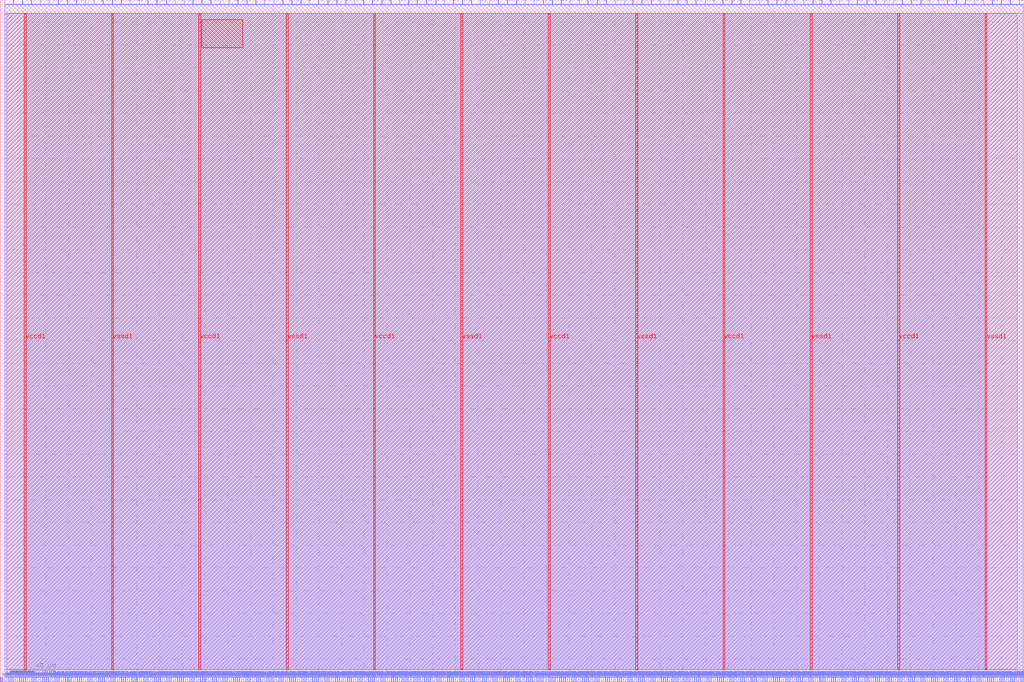
<source format=lef>
VERSION 5.7 ;
  NOWIREEXTENSIONATPIN ON ;
  DIVIDERCHAR "/" ;
  BUSBITCHARS "[]" ;
MACRO user_proj_example
  CLASS BLOCK ;
  FOREIGN user_proj_example ;
  ORIGIN 0.000 0.000 ;
  SIZE 900.000 BY 600.000 ;
  PIN io_in[0]
    DIRECTION INPUT ;
    USE SIGNAL ;
    PORT
      LAYER met2 ;
        RECT 3.770 596.000 4.050 600.000 ;
    END
  END io_in[0]
  PIN io_in[10]
    DIRECTION INPUT ;
    USE SIGNAL ;
    PORT
      LAYER met2 ;
        RECT 240.670 596.000 240.950 600.000 ;
    END
  END io_in[10]
  PIN io_in[11]
    DIRECTION INPUT ;
    USE SIGNAL ;
    PORT
      LAYER met2 ;
        RECT 264.130 596.000 264.410 600.000 ;
    END
  END io_in[11]
  PIN io_in[12]
    DIRECTION INPUT ;
    USE SIGNAL ;
    PORT
      LAYER met2 ;
        RECT 288.050 596.000 288.330 600.000 ;
    END
  END io_in[12]
  PIN io_in[13]
    DIRECTION INPUT ;
    USE SIGNAL ;
    PORT
      LAYER met2 ;
        RECT 311.510 596.000 311.790 600.000 ;
    END
  END io_in[13]
  PIN io_in[14]
    DIRECTION INPUT ;
    USE SIGNAL ;
    PORT
      LAYER met2 ;
        RECT 335.430 596.000 335.710 600.000 ;
    END
  END io_in[14]
  PIN io_in[15]
    DIRECTION INPUT ;
    USE SIGNAL ;
    PORT
      LAYER met2 ;
        RECT 358.890 596.000 359.170 600.000 ;
    END
  END io_in[15]
  PIN io_in[16]
    DIRECTION INPUT ;
    USE SIGNAL ;
    PORT
      LAYER met2 ;
        RECT 382.810 596.000 383.090 600.000 ;
    END
  END io_in[16]
  PIN io_in[17]
    DIRECTION INPUT ;
    USE SIGNAL ;
    PORT
      LAYER met2 ;
        RECT 406.270 596.000 406.550 600.000 ;
    END
  END io_in[17]
  PIN io_in[18]
    DIRECTION INPUT ;
    USE SIGNAL ;
    PORT
      LAYER met2 ;
        RECT 430.190 596.000 430.470 600.000 ;
    END
  END io_in[18]
  PIN io_in[19]
    DIRECTION INPUT ;
    USE SIGNAL ;
    PORT
      LAYER met2 ;
        RECT 453.650 596.000 453.930 600.000 ;
    END
  END io_in[19]
  PIN io_in[1]
    DIRECTION INPUT ;
    USE SIGNAL ;
    PORT
      LAYER met2 ;
        RECT 27.230 596.000 27.510 600.000 ;
    END
  END io_in[1]
  PIN io_in[20]
    DIRECTION INPUT ;
    USE SIGNAL ;
    PORT
      LAYER met2 ;
        RECT 477.570 596.000 477.850 600.000 ;
    END
  END io_in[20]
  PIN io_in[21]
    DIRECTION INPUT ;
    USE SIGNAL ;
    PORT
      LAYER met2 ;
        RECT 501.030 596.000 501.310 600.000 ;
    END
  END io_in[21]
  PIN io_in[22]
    DIRECTION INPUT ;
    USE SIGNAL ;
    PORT
      LAYER met2 ;
        RECT 524.950 596.000 525.230 600.000 ;
    END
  END io_in[22]
  PIN io_in[23]
    DIRECTION INPUT ;
    USE SIGNAL ;
    PORT
      LAYER met2 ;
        RECT 548.410 596.000 548.690 600.000 ;
    END
  END io_in[23]
  PIN io_in[24]
    DIRECTION INPUT ;
    USE SIGNAL ;
    PORT
      LAYER met2 ;
        RECT 572.330 596.000 572.610 600.000 ;
    END
  END io_in[24]
  PIN io_in[25]
    DIRECTION INPUT ;
    USE SIGNAL ;
    PORT
      LAYER met2 ;
        RECT 595.790 596.000 596.070 600.000 ;
    END
  END io_in[25]
  PIN io_in[26]
    DIRECTION INPUT ;
    USE SIGNAL ;
    PORT
      LAYER met2 ;
        RECT 619.710 596.000 619.990 600.000 ;
    END
  END io_in[26]
  PIN io_in[27]
    DIRECTION INPUT ;
    USE SIGNAL ;
    PORT
      LAYER met2 ;
        RECT 643.170 596.000 643.450 600.000 ;
    END
  END io_in[27]
  PIN io_in[28]
    DIRECTION INPUT ;
    USE SIGNAL ;
    PORT
      LAYER met2 ;
        RECT 667.090 596.000 667.370 600.000 ;
    END
  END io_in[28]
  PIN io_in[29]
    DIRECTION INPUT ;
    USE SIGNAL ;
    PORT
      LAYER met2 ;
        RECT 690.550 596.000 690.830 600.000 ;
    END
  END io_in[29]
  PIN io_in[2]
    DIRECTION INPUT ;
    USE SIGNAL ;
    PORT
      LAYER met2 ;
        RECT 51.150 596.000 51.430 600.000 ;
    END
  END io_in[2]
  PIN io_in[30]
    DIRECTION INPUT ;
    USE SIGNAL ;
    PORT
      LAYER met2 ;
        RECT 714.470 596.000 714.750 600.000 ;
    END
  END io_in[30]
  PIN io_in[31]
    DIRECTION INPUT ;
    USE SIGNAL ;
    PORT
      LAYER met2 ;
        RECT 737.930 596.000 738.210 600.000 ;
    END
  END io_in[31]
  PIN io_in[32]
    DIRECTION INPUT ;
    USE SIGNAL ;
    PORT
      LAYER met2 ;
        RECT 761.850 596.000 762.130 600.000 ;
    END
  END io_in[32]
  PIN io_in[33]
    DIRECTION INPUT ;
    USE SIGNAL ;
    PORT
      LAYER met2 ;
        RECT 785.310 596.000 785.590 600.000 ;
    END
  END io_in[33]
  PIN io_in[34]
    DIRECTION INPUT ;
    USE SIGNAL ;
    PORT
      LAYER met2 ;
        RECT 809.230 596.000 809.510 600.000 ;
    END
  END io_in[34]
  PIN io_in[35]
    DIRECTION INPUT ;
    USE SIGNAL ;
    PORT
      LAYER met2 ;
        RECT 832.690 596.000 832.970 600.000 ;
    END
  END io_in[35]
  PIN io_in[36]
    DIRECTION INPUT ;
    USE SIGNAL ;
    PORT
      LAYER met2 ;
        RECT 856.610 596.000 856.890 600.000 ;
    END
  END io_in[36]
  PIN io_in[37]
    DIRECTION INPUT ;
    USE SIGNAL ;
    PORT
      LAYER met2 ;
        RECT 880.070 596.000 880.350 600.000 ;
    END
  END io_in[37]
  PIN io_in[3]
    DIRECTION INPUT ;
    USE SIGNAL ;
    PORT
      LAYER met2 ;
        RECT 74.610 596.000 74.890 600.000 ;
    END
  END io_in[3]
  PIN io_in[4]
    DIRECTION INPUT ;
    USE SIGNAL ;
    PORT
      LAYER met2 ;
        RECT 98.530 596.000 98.810 600.000 ;
    END
  END io_in[4]
  PIN io_in[5]
    DIRECTION INPUT ;
    USE SIGNAL ;
    PORT
      LAYER met2 ;
        RECT 121.990 596.000 122.270 600.000 ;
    END
  END io_in[5]
  PIN io_in[6]
    DIRECTION INPUT ;
    USE SIGNAL ;
    PORT
      LAYER met2 ;
        RECT 145.910 596.000 146.190 600.000 ;
    END
  END io_in[6]
  PIN io_in[7]
    DIRECTION INPUT ;
    USE SIGNAL ;
    PORT
      LAYER met2 ;
        RECT 169.370 596.000 169.650 600.000 ;
    END
  END io_in[7]
  PIN io_in[8]
    DIRECTION INPUT ;
    USE SIGNAL ;
    PORT
      LAYER met2 ;
        RECT 193.290 596.000 193.570 600.000 ;
    END
  END io_in[8]
  PIN io_in[9]
    DIRECTION INPUT ;
    USE SIGNAL ;
    PORT
      LAYER met2 ;
        RECT 216.750 596.000 217.030 600.000 ;
    END
  END io_in[9]
  PIN io_oeb[0]
    DIRECTION OUTPUT TRISTATE ;
    USE SIGNAL ;
    PORT
      LAYER met2 ;
        RECT 11.590 596.000 11.870 600.000 ;
    END
  END io_oeb[0]
  PIN io_oeb[10]
    DIRECTION OUTPUT TRISTATE ;
    USE SIGNAL ;
    PORT
      LAYER met2 ;
        RECT 248.490 596.000 248.770 600.000 ;
    END
  END io_oeb[10]
  PIN io_oeb[11]
    DIRECTION OUTPUT TRISTATE ;
    USE SIGNAL ;
    PORT
      LAYER met2 ;
        RECT 271.950 596.000 272.230 600.000 ;
    END
  END io_oeb[11]
  PIN io_oeb[12]
    DIRECTION OUTPUT TRISTATE ;
    USE SIGNAL ;
    PORT
      LAYER met2 ;
        RECT 295.870 596.000 296.150 600.000 ;
    END
  END io_oeb[12]
  PIN io_oeb[13]
    DIRECTION OUTPUT TRISTATE ;
    USE SIGNAL ;
    PORT
      LAYER met2 ;
        RECT 319.330 596.000 319.610 600.000 ;
    END
  END io_oeb[13]
  PIN io_oeb[14]
    DIRECTION OUTPUT TRISTATE ;
    USE SIGNAL ;
    PORT
      LAYER met2 ;
        RECT 343.250 596.000 343.530 600.000 ;
    END
  END io_oeb[14]
  PIN io_oeb[15]
    DIRECTION OUTPUT TRISTATE ;
    USE SIGNAL ;
    PORT
      LAYER met2 ;
        RECT 366.710 596.000 366.990 600.000 ;
    END
  END io_oeb[15]
  PIN io_oeb[16]
    DIRECTION OUTPUT TRISTATE ;
    USE SIGNAL ;
    PORT
      LAYER met2 ;
        RECT 390.630 596.000 390.910 600.000 ;
    END
  END io_oeb[16]
  PIN io_oeb[17]
    DIRECTION OUTPUT TRISTATE ;
    USE SIGNAL ;
    PORT
      LAYER met2 ;
        RECT 414.090 596.000 414.370 600.000 ;
    END
  END io_oeb[17]
  PIN io_oeb[18]
    DIRECTION OUTPUT TRISTATE ;
    USE SIGNAL ;
    PORT
      LAYER met2 ;
        RECT 438.010 596.000 438.290 600.000 ;
    END
  END io_oeb[18]
  PIN io_oeb[19]
    DIRECTION OUTPUT TRISTATE ;
    USE SIGNAL ;
    PORT
      LAYER met2 ;
        RECT 461.470 596.000 461.750 600.000 ;
    END
  END io_oeb[19]
  PIN io_oeb[1]
    DIRECTION OUTPUT TRISTATE ;
    USE SIGNAL ;
    PORT
      LAYER met2 ;
        RECT 35.050 596.000 35.330 600.000 ;
    END
  END io_oeb[1]
  PIN io_oeb[20]
    DIRECTION OUTPUT TRISTATE ;
    USE SIGNAL ;
    PORT
      LAYER met2 ;
        RECT 485.390 596.000 485.670 600.000 ;
    END
  END io_oeb[20]
  PIN io_oeb[21]
    DIRECTION OUTPUT TRISTATE ;
    USE SIGNAL ;
    PORT
      LAYER met2 ;
        RECT 508.850 596.000 509.130 600.000 ;
    END
  END io_oeb[21]
  PIN io_oeb[22]
    DIRECTION OUTPUT TRISTATE ;
    USE SIGNAL ;
    PORT
      LAYER met2 ;
        RECT 532.770 596.000 533.050 600.000 ;
    END
  END io_oeb[22]
  PIN io_oeb[23]
    DIRECTION OUTPUT TRISTATE ;
    USE SIGNAL ;
    PORT
      LAYER met2 ;
        RECT 556.230 596.000 556.510 600.000 ;
    END
  END io_oeb[23]
  PIN io_oeb[24]
    DIRECTION OUTPUT TRISTATE ;
    USE SIGNAL ;
    PORT
      LAYER met2 ;
        RECT 580.150 596.000 580.430 600.000 ;
    END
  END io_oeb[24]
  PIN io_oeb[25]
    DIRECTION OUTPUT TRISTATE ;
    USE SIGNAL ;
    PORT
      LAYER met2 ;
        RECT 603.610 596.000 603.890 600.000 ;
    END
  END io_oeb[25]
  PIN io_oeb[26]
    DIRECTION OUTPUT TRISTATE ;
    USE SIGNAL ;
    PORT
      LAYER met2 ;
        RECT 627.530 596.000 627.810 600.000 ;
    END
  END io_oeb[26]
  PIN io_oeb[27]
    DIRECTION OUTPUT TRISTATE ;
    USE SIGNAL ;
    PORT
      LAYER met2 ;
        RECT 650.990 596.000 651.270 600.000 ;
    END
  END io_oeb[27]
  PIN io_oeb[28]
    DIRECTION OUTPUT TRISTATE ;
    USE SIGNAL ;
    PORT
      LAYER met2 ;
        RECT 674.910 596.000 675.190 600.000 ;
    END
  END io_oeb[28]
  PIN io_oeb[29]
    DIRECTION OUTPUT TRISTATE ;
    USE SIGNAL ;
    PORT
      LAYER met2 ;
        RECT 698.370 596.000 698.650 600.000 ;
    END
  END io_oeb[29]
  PIN io_oeb[2]
    DIRECTION OUTPUT TRISTATE ;
    USE SIGNAL ;
    PORT
      LAYER met2 ;
        RECT 58.970 596.000 59.250 600.000 ;
    END
  END io_oeb[2]
  PIN io_oeb[30]
    DIRECTION OUTPUT TRISTATE ;
    USE SIGNAL ;
    PORT
      LAYER met2 ;
        RECT 722.290 596.000 722.570 600.000 ;
    END
  END io_oeb[30]
  PIN io_oeb[31]
    DIRECTION OUTPUT TRISTATE ;
    USE SIGNAL ;
    PORT
      LAYER met2 ;
        RECT 745.750 596.000 746.030 600.000 ;
    END
  END io_oeb[31]
  PIN io_oeb[32]
    DIRECTION OUTPUT TRISTATE ;
    USE SIGNAL ;
    PORT
      LAYER met2 ;
        RECT 769.670 596.000 769.950 600.000 ;
    END
  END io_oeb[32]
  PIN io_oeb[33]
    DIRECTION OUTPUT TRISTATE ;
    USE SIGNAL ;
    PORT
      LAYER met2 ;
        RECT 793.130 596.000 793.410 600.000 ;
    END
  END io_oeb[33]
  PIN io_oeb[34]
    DIRECTION OUTPUT TRISTATE ;
    USE SIGNAL ;
    PORT
      LAYER met2 ;
        RECT 817.050 596.000 817.330 600.000 ;
    END
  END io_oeb[34]
  PIN io_oeb[35]
    DIRECTION OUTPUT TRISTATE ;
    USE SIGNAL ;
    PORT
      LAYER met2 ;
        RECT 840.510 596.000 840.790 600.000 ;
    END
  END io_oeb[35]
  PIN io_oeb[36]
    DIRECTION OUTPUT TRISTATE ;
    USE SIGNAL ;
    PORT
      LAYER met2 ;
        RECT 864.430 596.000 864.710 600.000 ;
    END
  END io_oeb[36]
  PIN io_oeb[37]
    DIRECTION OUTPUT TRISTATE ;
    USE SIGNAL ;
    PORT
      LAYER met2 ;
        RECT 887.890 596.000 888.170 600.000 ;
    END
  END io_oeb[37]
  PIN io_oeb[3]
    DIRECTION OUTPUT TRISTATE ;
    USE SIGNAL ;
    PORT
      LAYER met2 ;
        RECT 82.430 596.000 82.710 600.000 ;
    END
  END io_oeb[3]
  PIN io_oeb[4]
    DIRECTION OUTPUT TRISTATE ;
    USE SIGNAL ;
    PORT
      LAYER met2 ;
        RECT 106.350 596.000 106.630 600.000 ;
    END
  END io_oeb[4]
  PIN io_oeb[5]
    DIRECTION OUTPUT TRISTATE ;
    USE SIGNAL ;
    PORT
      LAYER met2 ;
        RECT 129.810 596.000 130.090 600.000 ;
    END
  END io_oeb[5]
  PIN io_oeb[6]
    DIRECTION OUTPUT TRISTATE ;
    USE SIGNAL ;
    PORT
      LAYER met2 ;
        RECT 153.730 596.000 154.010 600.000 ;
    END
  END io_oeb[6]
  PIN io_oeb[7]
    DIRECTION OUTPUT TRISTATE ;
    USE SIGNAL ;
    PORT
      LAYER met2 ;
        RECT 177.190 596.000 177.470 600.000 ;
    END
  END io_oeb[7]
  PIN io_oeb[8]
    DIRECTION OUTPUT TRISTATE ;
    USE SIGNAL ;
    PORT
      LAYER met2 ;
        RECT 201.110 596.000 201.390 600.000 ;
    END
  END io_oeb[8]
  PIN io_oeb[9]
    DIRECTION OUTPUT TRISTATE ;
    USE SIGNAL ;
    PORT
      LAYER met2 ;
        RECT 224.570 596.000 224.850 600.000 ;
    END
  END io_oeb[9]
  PIN io_out[0]
    DIRECTION OUTPUT TRISTATE ;
    USE SIGNAL ;
    PORT
      LAYER met2 ;
        RECT 19.410 596.000 19.690 600.000 ;
    END
  END io_out[0]
  PIN io_out[10]
    DIRECTION OUTPUT TRISTATE ;
    USE SIGNAL ;
    PORT
      LAYER met2 ;
        RECT 256.310 596.000 256.590 600.000 ;
    END
  END io_out[10]
  PIN io_out[11]
    DIRECTION OUTPUT TRISTATE ;
    USE SIGNAL ;
    PORT
      LAYER met2 ;
        RECT 279.770 596.000 280.050 600.000 ;
    END
  END io_out[11]
  PIN io_out[12]
    DIRECTION OUTPUT TRISTATE ;
    USE SIGNAL ;
    PORT
      LAYER met2 ;
        RECT 303.690 596.000 303.970 600.000 ;
    END
  END io_out[12]
  PIN io_out[13]
    DIRECTION OUTPUT TRISTATE ;
    USE SIGNAL ;
    PORT
      LAYER met2 ;
        RECT 327.150 596.000 327.430 600.000 ;
    END
  END io_out[13]
  PIN io_out[14]
    DIRECTION OUTPUT TRISTATE ;
    USE SIGNAL ;
    PORT
      LAYER met2 ;
        RECT 351.070 596.000 351.350 600.000 ;
    END
  END io_out[14]
  PIN io_out[15]
    DIRECTION OUTPUT TRISTATE ;
    USE SIGNAL ;
    PORT
      LAYER met2 ;
        RECT 374.530 596.000 374.810 600.000 ;
    END
  END io_out[15]
  PIN io_out[16]
    DIRECTION OUTPUT TRISTATE ;
    USE SIGNAL ;
    PORT
      LAYER met2 ;
        RECT 398.450 596.000 398.730 600.000 ;
    END
  END io_out[16]
  PIN io_out[17]
    DIRECTION OUTPUT TRISTATE ;
    USE SIGNAL ;
    PORT
      LAYER met2 ;
        RECT 421.910 596.000 422.190 600.000 ;
    END
  END io_out[17]
  PIN io_out[18]
    DIRECTION OUTPUT TRISTATE ;
    USE SIGNAL ;
    PORT
      LAYER met2 ;
        RECT 445.830 596.000 446.110 600.000 ;
    END
  END io_out[18]
  PIN io_out[19]
    DIRECTION OUTPUT TRISTATE ;
    USE SIGNAL ;
    PORT
      LAYER met2 ;
        RECT 469.290 596.000 469.570 600.000 ;
    END
  END io_out[19]
  PIN io_out[1]
    DIRECTION OUTPUT TRISTATE ;
    USE SIGNAL ;
    PORT
      LAYER met2 ;
        RECT 42.870 596.000 43.150 600.000 ;
    END
  END io_out[1]
  PIN io_out[20]
    DIRECTION OUTPUT TRISTATE ;
    USE SIGNAL ;
    PORT
      LAYER met2 ;
        RECT 493.210 596.000 493.490 600.000 ;
    END
  END io_out[20]
  PIN io_out[21]
    DIRECTION OUTPUT TRISTATE ;
    USE SIGNAL ;
    PORT
      LAYER met2 ;
        RECT 516.670 596.000 516.950 600.000 ;
    END
  END io_out[21]
  PIN io_out[22]
    DIRECTION OUTPUT TRISTATE ;
    USE SIGNAL ;
    PORT
      LAYER met2 ;
        RECT 540.590 596.000 540.870 600.000 ;
    END
  END io_out[22]
  PIN io_out[23]
    DIRECTION OUTPUT TRISTATE ;
    USE SIGNAL ;
    PORT
      LAYER met2 ;
        RECT 564.050 596.000 564.330 600.000 ;
    END
  END io_out[23]
  PIN io_out[24]
    DIRECTION OUTPUT TRISTATE ;
    USE SIGNAL ;
    PORT
      LAYER met2 ;
        RECT 587.970 596.000 588.250 600.000 ;
    END
  END io_out[24]
  PIN io_out[25]
    DIRECTION OUTPUT TRISTATE ;
    USE SIGNAL ;
    PORT
      LAYER met2 ;
        RECT 611.430 596.000 611.710 600.000 ;
    END
  END io_out[25]
  PIN io_out[26]
    DIRECTION OUTPUT TRISTATE ;
    USE SIGNAL ;
    PORT
      LAYER met2 ;
        RECT 635.350 596.000 635.630 600.000 ;
    END
  END io_out[26]
  PIN io_out[27]
    DIRECTION OUTPUT TRISTATE ;
    USE SIGNAL ;
    PORT
      LAYER met2 ;
        RECT 658.810 596.000 659.090 600.000 ;
    END
  END io_out[27]
  PIN io_out[28]
    DIRECTION OUTPUT TRISTATE ;
    USE SIGNAL ;
    PORT
      LAYER met2 ;
        RECT 682.730 596.000 683.010 600.000 ;
    END
  END io_out[28]
  PIN io_out[29]
    DIRECTION OUTPUT TRISTATE ;
    USE SIGNAL ;
    PORT
      LAYER met2 ;
        RECT 706.190 596.000 706.470 600.000 ;
    END
  END io_out[29]
  PIN io_out[2]
    DIRECTION OUTPUT TRISTATE ;
    USE SIGNAL ;
    PORT
      LAYER met2 ;
        RECT 66.790 596.000 67.070 600.000 ;
    END
  END io_out[2]
  PIN io_out[30]
    DIRECTION OUTPUT TRISTATE ;
    USE SIGNAL ;
    PORT
      LAYER met2 ;
        RECT 730.110 596.000 730.390 600.000 ;
    END
  END io_out[30]
  PIN io_out[31]
    DIRECTION OUTPUT TRISTATE ;
    USE SIGNAL ;
    PORT
      LAYER met2 ;
        RECT 753.570 596.000 753.850 600.000 ;
    END
  END io_out[31]
  PIN io_out[32]
    DIRECTION OUTPUT TRISTATE ;
    USE SIGNAL ;
    PORT
      LAYER met2 ;
        RECT 777.490 596.000 777.770 600.000 ;
    END
  END io_out[32]
  PIN io_out[33]
    DIRECTION OUTPUT TRISTATE ;
    USE SIGNAL ;
    PORT
      LAYER met2 ;
        RECT 800.950 596.000 801.230 600.000 ;
    END
  END io_out[33]
  PIN io_out[34]
    DIRECTION OUTPUT TRISTATE ;
    USE SIGNAL ;
    PORT
      LAYER met2 ;
        RECT 824.870 596.000 825.150 600.000 ;
    END
  END io_out[34]
  PIN io_out[35]
    DIRECTION OUTPUT TRISTATE ;
    USE SIGNAL ;
    PORT
      LAYER met2 ;
        RECT 848.330 596.000 848.610 600.000 ;
    END
  END io_out[35]
  PIN io_out[36]
    DIRECTION OUTPUT TRISTATE ;
    USE SIGNAL ;
    PORT
      LAYER met2 ;
        RECT 872.250 596.000 872.530 600.000 ;
    END
  END io_out[36]
  PIN io_out[37]
    DIRECTION OUTPUT TRISTATE ;
    USE SIGNAL ;
    PORT
      LAYER met2 ;
        RECT 895.710 596.000 895.990 600.000 ;
    END
  END io_out[37]
  PIN io_out[3]
    DIRECTION OUTPUT TRISTATE ;
    USE SIGNAL ;
    PORT
      LAYER met2 ;
        RECT 90.250 596.000 90.530 600.000 ;
    END
  END io_out[3]
  PIN io_out[4]
    DIRECTION OUTPUT TRISTATE ;
    USE SIGNAL ;
    PORT
      LAYER met2 ;
        RECT 114.170 596.000 114.450 600.000 ;
    END
  END io_out[4]
  PIN io_out[5]
    DIRECTION OUTPUT TRISTATE ;
    USE SIGNAL ;
    PORT
      LAYER met2 ;
        RECT 137.630 596.000 137.910 600.000 ;
    END
  END io_out[5]
  PIN io_out[6]
    DIRECTION OUTPUT TRISTATE ;
    USE SIGNAL ;
    PORT
      LAYER met2 ;
        RECT 161.550 596.000 161.830 600.000 ;
    END
  END io_out[6]
  PIN io_out[7]
    DIRECTION OUTPUT TRISTATE ;
    USE SIGNAL ;
    PORT
      LAYER met2 ;
        RECT 185.010 596.000 185.290 600.000 ;
    END
  END io_out[7]
  PIN io_out[8]
    DIRECTION OUTPUT TRISTATE ;
    USE SIGNAL ;
    PORT
      LAYER met2 ;
        RECT 208.930 596.000 209.210 600.000 ;
    END
  END io_out[8]
  PIN io_out[9]
    DIRECTION OUTPUT TRISTATE ;
    USE SIGNAL ;
    PORT
      LAYER met2 ;
        RECT 232.390 596.000 232.670 600.000 ;
    END
  END io_out[9]
  PIN irq[0]
    DIRECTION OUTPUT TRISTATE ;
    USE SIGNAL ;
    PORT
      LAYER met2 ;
        RECT 895.250 0.000 895.530 4.000 ;
    END
  END irq[0]
  PIN irq[1]
    DIRECTION OUTPUT TRISTATE ;
    USE SIGNAL ;
    PORT
      LAYER met2 ;
        RECT 897.090 0.000 897.370 4.000 ;
    END
  END irq[1]
  PIN irq[2]
    DIRECTION OUTPUT TRISTATE ;
    USE SIGNAL ;
    PORT
      LAYER met2 ;
        RECT 898.930 0.000 899.210 4.000 ;
    END
  END irq[2]
  PIN la_data_in[0]
    DIRECTION INPUT ;
    USE SIGNAL ;
    PORT
      LAYER met2 ;
        RECT 193.750 0.000 194.030 4.000 ;
    END
  END la_data_in[0]
  PIN la_data_in[100]
    DIRECTION INPUT ;
    USE SIGNAL ;
    PORT
      LAYER met2 ;
        RECT 741.610 0.000 741.890 4.000 ;
    END
  END la_data_in[100]
  PIN la_data_in[101]
    DIRECTION INPUT ;
    USE SIGNAL ;
    PORT
      LAYER met2 ;
        RECT 747.130 0.000 747.410 4.000 ;
    END
  END la_data_in[101]
  PIN la_data_in[102]
    DIRECTION INPUT ;
    USE SIGNAL ;
    PORT
      LAYER met2 ;
        RECT 752.650 0.000 752.930 4.000 ;
    END
  END la_data_in[102]
  PIN la_data_in[103]
    DIRECTION INPUT ;
    USE SIGNAL ;
    PORT
      LAYER met2 ;
        RECT 758.170 0.000 758.450 4.000 ;
    END
  END la_data_in[103]
  PIN la_data_in[104]
    DIRECTION INPUT ;
    USE SIGNAL ;
    PORT
      LAYER met2 ;
        RECT 763.690 0.000 763.970 4.000 ;
    END
  END la_data_in[104]
  PIN la_data_in[105]
    DIRECTION INPUT ;
    USE SIGNAL ;
    PORT
      LAYER met2 ;
        RECT 769.210 0.000 769.490 4.000 ;
    END
  END la_data_in[105]
  PIN la_data_in[106]
    DIRECTION INPUT ;
    USE SIGNAL ;
    PORT
      LAYER met2 ;
        RECT 774.730 0.000 775.010 4.000 ;
    END
  END la_data_in[106]
  PIN la_data_in[107]
    DIRECTION INPUT ;
    USE SIGNAL ;
    PORT
      LAYER met2 ;
        RECT 780.250 0.000 780.530 4.000 ;
    END
  END la_data_in[107]
  PIN la_data_in[108]
    DIRECTION INPUT ;
    USE SIGNAL ;
    PORT
      LAYER met2 ;
        RECT 785.310 0.000 785.590 4.000 ;
    END
  END la_data_in[108]
  PIN la_data_in[109]
    DIRECTION INPUT ;
    USE SIGNAL ;
    PORT
      LAYER met2 ;
        RECT 790.830 0.000 791.110 4.000 ;
    END
  END la_data_in[109]
  PIN la_data_in[10]
    DIRECTION INPUT ;
    USE SIGNAL ;
    PORT
      LAYER met2 ;
        RECT 248.490 0.000 248.770 4.000 ;
    END
  END la_data_in[10]
  PIN la_data_in[110]
    DIRECTION INPUT ;
    USE SIGNAL ;
    PORT
      LAYER met2 ;
        RECT 796.350 0.000 796.630 4.000 ;
    END
  END la_data_in[110]
  PIN la_data_in[111]
    DIRECTION INPUT ;
    USE SIGNAL ;
    PORT
      LAYER met2 ;
        RECT 801.870 0.000 802.150 4.000 ;
    END
  END la_data_in[111]
  PIN la_data_in[112]
    DIRECTION INPUT ;
    USE SIGNAL ;
    PORT
      LAYER met2 ;
        RECT 807.390 0.000 807.670 4.000 ;
    END
  END la_data_in[112]
  PIN la_data_in[113]
    DIRECTION INPUT ;
    USE SIGNAL ;
    PORT
      LAYER met2 ;
        RECT 812.910 0.000 813.190 4.000 ;
    END
  END la_data_in[113]
  PIN la_data_in[114]
    DIRECTION INPUT ;
    USE SIGNAL ;
    PORT
      LAYER met2 ;
        RECT 818.430 0.000 818.710 4.000 ;
    END
  END la_data_in[114]
  PIN la_data_in[115]
    DIRECTION INPUT ;
    USE SIGNAL ;
    PORT
      LAYER met2 ;
        RECT 823.950 0.000 824.230 4.000 ;
    END
  END la_data_in[115]
  PIN la_data_in[116]
    DIRECTION INPUT ;
    USE SIGNAL ;
    PORT
      LAYER met2 ;
        RECT 829.470 0.000 829.750 4.000 ;
    END
  END la_data_in[116]
  PIN la_data_in[117]
    DIRECTION INPUT ;
    USE SIGNAL ;
    PORT
      LAYER met2 ;
        RECT 834.990 0.000 835.270 4.000 ;
    END
  END la_data_in[117]
  PIN la_data_in[118]
    DIRECTION INPUT ;
    USE SIGNAL ;
    PORT
      LAYER met2 ;
        RECT 840.510 0.000 840.790 4.000 ;
    END
  END la_data_in[118]
  PIN la_data_in[119]
    DIRECTION INPUT ;
    USE SIGNAL ;
    PORT
      LAYER met2 ;
        RECT 845.570 0.000 845.850 4.000 ;
    END
  END la_data_in[119]
  PIN la_data_in[11]
    DIRECTION INPUT ;
    USE SIGNAL ;
    PORT
      LAYER met2 ;
        RECT 254.010 0.000 254.290 4.000 ;
    END
  END la_data_in[11]
  PIN la_data_in[120]
    DIRECTION INPUT ;
    USE SIGNAL ;
    PORT
      LAYER met2 ;
        RECT 851.090 0.000 851.370 4.000 ;
    END
  END la_data_in[120]
  PIN la_data_in[121]
    DIRECTION INPUT ;
    USE SIGNAL ;
    PORT
      LAYER met2 ;
        RECT 856.610 0.000 856.890 4.000 ;
    END
  END la_data_in[121]
  PIN la_data_in[122]
    DIRECTION INPUT ;
    USE SIGNAL ;
    PORT
      LAYER met2 ;
        RECT 862.130 0.000 862.410 4.000 ;
    END
  END la_data_in[122]
  PIN la_data_in[123]
    DIRECTION INPUT ;
    USE SIGNAL ;
    PORT
      LAYER met2 ;
        RECT 867.650 0.000 867.930 4.000 ;
    END
  END la_data_in[123]
  PIN la_data_in[124]
    DIRECTION INPUT ;
    USE SIGNAL ;
    PORT
      LAYER met2 ;
        RECT 873.170 0.000 873.450 4.000 ;
    END
  END la_data_in[124]
  PIN la_data_in[125]
    DIRECTION INPUT ;
    USE SIGNAL ;
    PORT
      LAYER met2 ;
        RECT 878.690 0.000 878.970 4.000 ;
    END
  END la_data_in[125]
  PIN la_data_in[126]
    DIRECTION INPUT ;
    USE SIGNAL ;
    PORT
      LAYER met2 ;
        RECT 884.210 0.000 884.490 4.000 ;
    END
  END la_data_in[126]
  PIN la_data_in[127]
    DIRECTION INPUT ;
    USE SIGNAL ;
    PORT
      LAYER met2 ;
        RECT 889.730 0.000 890.010 4.000 ;
    END
  END la_data_in[127]
  PIN la_data_in[12]
    DIRECTION INPUT ;
    USE SIGNAL ;
    PORT
      LAYER met2 ;
        RECT 259.530 0.000 259.810 4.000 ;
    END
  END la_data_in[12]
  PIN la_data_in[13]
    DIRECTION INPUT ;
    USE SIGNAL ;
    PORT
      LAYER met2 ;
        RECT 265.050 0.000 265.330 4.000 ;
    END
  END la_data_in[13]
  PIN la_data_in[14]
    DIRECTION INPUT ;
    USE SIGNAL ;
    PORT
      LAYER met2 ;
        RECT 270.570 0.000 270.850 4.000 ;
    END
  END la_data_in[14]
  PIN la_data_in[15]
    DIRECTION INPUT ;
    USE SIGNAL ;
    PORT
      LAYER met2 ;
        RECT 276.090 0.000 276.370 4.000 ;
    END
  END la_data_in[15]
  PIN la_data_in[16]
    DIRECTION INPUT ;
    USE SIGNAL ;
    PORT
      LAYER met2 ;
        RECT 281.610 0.000 281.890 4.000 ;
    END
  END la_data_in[16]
  PIN la_data_in[17]
    DIRECTION INPUT ;
    USE SIGNAL ;
    PORT
      LAYER met2 ;
        RECT 287.130 0.000 287.410 4.000 ;
    END
  END la_data_in[17]
  PIN la_data_in[18]
    DIRECTION INPUT ;
    USE SIGNAL ;
    PORT
      LAYER met2 ;
        RECT 292.650 0.000 292.930 4.000 ;
    END
  END la_data_in[18]
  PIN la_data_in[19]
    DIRECTION INPUT ;
    USE SIGNAL ;
    PORT
      LAYER met2 ;
        RECT 298.170 0.000 298.450 4.000 ;
    END
  END la_data_in[19]
  PIN la_data_in[1]
    DIRECTION INPUT ;
    USE SIGNAL ;
    PORT
      LAYER met2 ;
        RECT 199.270 0.000 199.550 4.000 ;
    END
  END la_data_in[1]
  PIN la_data_in[20]
    DIRECTION INPUT ;
    USE SIGNAL ;
    PORT
      LAYER met2 ;
        RECT 303.230 0.000 303.510 4.000 ;
    END
  END la_data_in[20]
  PIN la_data_in[21]
    DIRECTION INPUT ;
    USE SIGNAL ;
    PORT
      LAYER met2 ;
        RECT 308.750 0.000 309.030 4.000 ;
    END
  END la_data_in[21]
  PIN la_data_in[22]
    DIRECTION INPUT ;
    USE SIGNAL ;
    PORT
      LAYER met2 ;
        RECT 314.270 0.000 314.550 4.000 ;
    END
  END la_data_in[22]
  PIN la_data_in[23]
    DIRECTION INPUT ;
    USE SIGNAL ;
    PORT
      LAYER met2 ;
        RECT 319.790 0.000 320.070 4.000 ;
    END
  END la_data_in[23]
  PIN la_data_in[24]
    DIRECTION INPUT ;
    USE SIGNAL ;
    PORT
      LAYER met2 ;
        RECT 325.310 0.000 325.590 4.000 ;
    END
  END la_data_in[24]
  PIN la_data_in[25]
    DIRECTION INPUT ;
    USE SIGNAL ;
    PORT
      LAYER met2 ;
        RECT 330.830 0.000 331.110 4.000 ;
    END
  END la_data_in[25]
  PIN la_data_in[26]
    DIRECTION INPUT ;
    USE SIGNAL ;
    PORT
      LAYER met2 ;
        RECT 336.350 0.000 336.630 4.000 ;
    END
  END la_data_in[26]
  PIN la_data_in[27]
    DIRECTION INPUT ;
    USE SIGNAL ;
    PORT
      LAYER met2 ;
        RECT 341.870 0.000 342.150 4.000 ;
    END
  END la_data_in[27]
  PIN la_data_in[28]
    DIRECTION INPUT ;
    USE SIGNAL ;
    PORT
      LAYER met2 ;
        RECT 347.390 0.000 347.670 4.000 ;
    END
  END la_data_in[28]
  PIN la_data_in[29]
    DIRECTION INPUT ;
    USE SIGNAL ;
    PORT
      LAYER met2 ;
        RECT 352.910 0.000 353.190 4.000 ;
    END
  END la_data_in[29]
  PIN la_data_in[2]
    DIRECTION INPUT ;
    USE SIGNAL ;
    PORT
      LAYER met2 ;
        RECT 204.790 0.000 205.070 4.000 ;
    END
  END la_data_in[2]
  PIN la_data_in[30]
    DIRECTION INPUT ;
    USE SIGNAL ;
    PORT
      LAYER met2 ;
        RECT 358.430 0.000 358.710 4.000 ;
    END
  END la_data_in[30]
  PIN la_data_in[31]
    DIRECTION INPUT ;
    USE SIGNAL ;
    PORT
      LAYER met2 ;
        RECT 363.490 0.000 363.770 4.000 ;
    END
  END la_data_in[31]
  PIN la_data_in[32]
    DIRECTION INPUT ;
    USE SIGNAL ;
    PORT
      LAYER met2 ;
        RECT 369.010 0.000 369.290 4.000 ;
    END
  END la_data_in[32]
  PIN la_data_in[33]
    DIRECTION INPUT ;
    USE SIGNAL ;
    PORT
      LAYER met2 ;
        RECT 374.530 0.000 374.810 4.000 ;
    END
  END la_data_in[33]
  PIN la_data_in[34]
    DIRECTION INPUT ;
    USE SIGNAL ;
    PORT
      LAYER met2 ;
        RECT 380.050 0.000 380.330 4.000 ;
    END
  END la_data_in[34]
  PIN la_data_in[35]
    DIRECTION INPUT ;
    USE SIGNAL ;
    PORT
      LAYER met2 ;
        RECT 385.570 0.000 385.850 4.000 ;
    END
  END la_data_in[35]
  PIN la_data_in[36]
    DIRECTION INPUT ;
    USE SIGNAL ;
    PORT
      LAYER met2 ;
        RECT 391.090 0.000 391.370 4.000 ;
    END
  END la_data_in[36]
  PIN la_data_in[37]
    DIRECTION INPUT ;
    USE SIGNAL ;
    PORT
      LAYER met2 ;
        RECT 396.610 0.000 396.890 4.000 ;
    END
  END la_data_in[37]
  PIN la_data_in[38]
    DIRECTION INPUT ;
    USE SIGNAL ;
    PORT
      LAYER met2 ;
        RECT 402.130 0.000 402.410 4.000 ;
    END
  END la_data_in[38]
  PIN la_data_in[39]
    DIRECTION INPUT ;
    USE SIGNAL ;
    PORT
      LAYER met2 ;
        RECT 407.650 0.000 407.930 4.000 ;
    END
  END la_data_in[39]
  PIN la_data_in[3]
    DIRECTION INPUT ;
    USE SIGNAL ;
    PORT
      LAYER met2 ;
        RECT 210.310 0.000 210.590 4.000 ;
    END
  END la_data_in[3]
  PIN la_data_in[40]
    DIRECTION INPUT ;
    USE SIGNAL ;
    PORT
      LAYER met2 ;
        RECT 413.170 0.000 413.450 4.000 ;
    END
  END la_data_in[40]
  PIN la_data_in[41]
    DIRECTION INPUT ;
    USE SIGNAL ;
    PORT
      LAYER met2 ;
        RECT 418.690 0.000 418.970 4.000 ;
    END
  END la_data_in[41]
  PIN la_data_in[42]
    DIRECTION INPUT ;
    USE SIGNAL ;
    PORT
      LAYER met2 ;
        RECT 423.750 0.000 424.030 4.000 ;
    END
  END la_data_in[42]
  PIN la_data_in[43]
    DIRECTION INPUT ;
    USE SIGNAL ;
    PORT
      LAYER met2 ;
        RECT 429.270 0.000 429.550 4.000 ;
    END
  END la_data_in[43]
  PIN la_data_in[44]
    DIRECTION INPUT ;
    USE SIGNAL ;
    PORT
      LAYER met2 ;
        RECT 434.790 0.000 435.070 4.000 ;
    END
  END la_data_in[44]
  PIN la_data_in[45]
    DIRECTION INPUT ;
    USE SIGNAL ;
    PORT
      LAYER met2 ;
        RECT 440.310 0.000 440.590 4.000 ;
    END
  END la_data_in[45]
  PIN la_data_in[46]
    DIRECTION INPUT ;
    USE SIGNAL ;
    PORT
      LAYER met2 ;
        RECT 445.830 0.000 446.110 4.000 ;
    END
  END la_data_in[46]
  PIN la_data_in[47]
    DIRECTION INPUT ;
    USE SIGNAL ;
    PORT
      LAYER met2 ;
        RECT 451.350 0.000 451.630 4.000 ;
    END
  END la_data_in[47]
  PIN la_data_in[48]
    DIRECTION INPUT ;
    USE SIGNAL ;
    PORT
      LAYER met2 ;
        RECT 456.870 0.000 457.150 4.000 ;
    END
  END la_data_in[48]
  PIN la_data_in[49]
    DIRECTION INPUT ;
    USE SIGNAL ;
    PORT
      LAYER met2 ;
        RECT 462.390 0.000 462.670 4.000 ;
    END
  END la_data_in[49]
  PIN la_data_in[4]
    DIRECTION INPUT ;
    USE SIGNAL ;
    PORT
      LAYER met2 ;
        RECT 215.830 0.000 216.110 4.000 ;
    END
  END la_data_in[4]
  PIN la_data_in[50]
    DIRECTION INPUT ;
    USE SIGNAL ;
    PORT
      LAYER met2 ;
        RECT 467.910 0.000 468.190 4.000 ;
    END
  END la_data_in[50]
  PIN la_data_in[51]
    DIRECTION INPUT ;
    USE SIGNAL ;
    PORT
      LAYER met2 ;
        RECT 473.430 0.000 473.710 4.000 ;
    END
  END la_data_in[51]
  PIN la_data_in[52]
    DIRECTION INPUT ;
    USE SIGNAL ;
    PORT
      LAYER met2 ;
        RECT 478.950 0.000 479.230 4.000 ;
    END
  END la_data_in[52]
  PIN la_data_in[53]
    DIRECTION INPUT ;
    USE SIGNAL ;
    PORT
      LAYER met2 ;
        RECT 484.010 0.000 484.290 4.000 ;
    END
  END la_data_in[53]
  PIN la_data_in[54]
    DIRECTION INPUT ;
    USE SIGNAL ;
    PORT
      LAYER met2 ;
        RECT 489.530 0.000 489.810 4.000 ;
    END
  END la_data_in[54]
  PIN la_data_in[55]
    DIRECTION INPUT ;
    USE SIGNAL ;
    PORT
      LAYER met2 ;
        RECT 495.050 0.000 495.330 4.000 ;
    END
  END la_data_in[55]
  PIN la_data_in[56]
    DIRECTION INPUT ;
    USE SIGNAL ;
    PORT
      LAYER met2 ;
        RECT 500.570 0.000 500.850 4.000 ;
    END
  END la_data_in[56]
  PIN la_data_in[57]
    DIRECTION INPUT ;
    USE SIGNAL ;
    PORT
      LAYER met2 ;
        RECT 506.090 0.000 506.370 4.000 ;
    END
  END la_data_in[57]
  PIN la_data_in[58]
    DIRECTION INPUT ;
    USE SIGNAL ;
    PORT
      LAYER met2 ;
        RECT 511.610 0.000 511.890 4.000 ;
    END
  END la_data_in[58]
  PIN la_data_in[59]
    DIRECTION INPUT ;
    USE SIGNAL ;
    PORT
      LAYER met2 ;
        RECT 517.130 0.000 517.410 4.000 ;
    END
  END la_data_in[59]
  PIN la_data_in[5]
    DIRECTION INPUT ;
    USE SIGNAL ;
    PORT
      LAYER met2 ;
        RECT 221.350 0.000 221.630 4.000 ;
    END
  END la_data_in[5]
  PIN la_data_in[60]
    DIRECTION INPUT ;
    USE SIGNAL ;
    PORT
      LAYER met2 ;
        RECT 522.650 0.000 522.930 4.000 ;
    END
  END la_data_in[60]
  PIN la_data_in[61]
    DIRECTION INPUT ;
    USE SIGNAL ;
    PORT
      LAYER met2 ;
        RECT 528.170 0.000 528.450 4.000 ;
    END
  END la_data_in[61]
  PIN la_data_in[62]
    DIRECTION INPUT ;
    USE SIGNAL ;
    PORT
      LAYER met2 ;
        RECT 533.690 0.000 533.970 4.000 ;
    END
  END la_data_in[62]
  PIN la_data_in[63]
    DIRECTION INPUT ;
    USE SIGNAL ;
    PORT
      LAYER met2 ;
        RECT 539.210 0.000 539.490 4.000 ;
    END
  END la_data_in[63]
  PIN la_data_in[64]
    DIRECTION INPUT ;
    USE SIGNAL ;
    PORT
      LAYER met2 ;
        RECT 544.270 0.000 544.550 4.000 ;
    END
  END la_data_in[64]
  PIN la_data_in[65]
    DIRECTION INPUT ;
    USE SIGNAL ;
    PORT
      LAYER met2 ;
        RECT 549.790 0.000 550.070 4.000 ;
    END
  END la_data_in[65]
  PIN la_data_in[66]
    DIRECTION INPUT ;
    USE SIGNAL ;
    PORT
      LAYER met2 ;
        RECT 555.310 0.000 555.590 4.000 ;
    END
  END la_data_in[66]
  PIN la_data_in[67]
    DIRECTION INPUT ;
    USE SIGNAL ;
    PORT
      LAYER met2 ;
        RECT 560.830 0.000 561.110 4.000 ;
    END
  END la_data_in[67]
  PIN la_data_in[68]
    DIRECTION INPUT ;
    USE SIGNAL ;
    PORT
      LAYER met2 ;
        RECT 566.350 0.000 566.630 4.000 ;
    END
  END la_data_in[68]
  PIN la_data_in[69]
    DIRECTION INPUT ;
    USE SIGNAL ;
    PORT
      LAYER met2 ;
        RECT 571.870 0.000 572.150 4.000 ;
    END
  END la_data_in[69]
  PIN la_data_in[6]
    DIRECTION INPUT ;
    USE SIGNAL ;
    PORT
      LAYER met2 ;
        RECT 226.870 0.000 227.150 4.000 ;
    END
  END la_data_in[6]
  PIN la_data_in[70]
    DIRECTION INPUT ;
    USE SIGNAL ;
    PORT
      LAYER met2 ;
        RECT 577.390 0.000 577.670 4.000 ;
    END
  END la_data_in[70]
  PIN la_data_in[71]
    DIRECTION INPUT ;
    USE SIGNAL ;
    PORT
      LAYER met2 ;
        RECT 582.910 0.000 583.190 4.000 ;
    END
  END la_data_in[71]
  PIN la_data_in[72]
    DIRECTION INPUT ;
    USE SIGNAL ;
    PORT
      LAYER met2 ;
        RECT 588.430 0.000 588.710 4.000 ;
    END
  END la_data_in[72]
  PIN la_data_in[73]
    DIRECTION INPUT ;
    USE SIGNAL ;
    PORT
      LAYER met2 ;
        RECT 593.950 0.000 594.230 4.000 ;
    END
  END la_data_in[73]
  PIN la_data_in[74]
    DIRECTION INPUT ;
    USE SIGNAL ;
    PORT
      LAYER met2 ;
        RECT 599.470 0.000 599.750 4.000 ;
    END
  END la_data_in[74]
  PIN la_data_in[75]
    DIRECTION INPUT ;
    USE SIGNAL ;
    PORT
      LAYER met2 ;
        RECT 604.530 0.000 604.810 4.000 ;
    END
  END la_data_in[75]
  PIN la_data_in[76]
    DIRECTION INPUT ;
    USE SIGNAL ;
    PORT
      LAYER met2 ;
        RECT 610.050 0.000 610.330 4.000 ;
    END
  END la_data_in[76]
  PIN la_data_in[77]
    DIRECTION INPUT ;
    USE SIGNAL ;
    PORT
      LAYER met2 ;
        RECT 615.570 0.000 615.850 4.000 ;
    END
  END la_data_in[77]
  PIN la_data_in[78]
    DIRECTION INPUT ;
    USE SIGNAL ;
    PORT
      LAYER met2 ;
        RECT 621.090 0.000 621.370 4.000 ;
    END
  END la_data_in[78]
  PIN la_data_in[79]
    DIRECTION INPUT ;
    USE SIGNAL ;
    PORT
      LAYER met2 ;
        RECT 626.610 0.000 626.890 4.000 ;
    END
  END la_data_in[79]
  PIN la_data_in[7]
    DIRECTION INPUT ;
    USE SIGNAL ;
    PORT
      LAYER met2 ;
        RECT 232.390 0.000 232.670 4.000 ;
    END
  END la_data_in[7]
  PIN la_data_in[80]
    DIRECTION INPUT ;
    USE SIGNAL ;
    PORT
      LAYER met2 ;
        RECT 632.130 0.000 632.410 4.000 ;
    END
  END la_data_in[80]
  PIN la_data_in[81]
    DIRECTION INPUT ;
    USE SIGNAL ;
    PORT
      LAYER met2 ;
        RECT 637.650 0.000 637.930 4.000 ;
    END
  END la_data_in[81]
  PIN la_data_in[82]
    DIRECTION INPUT ;
    USE SIGNAL ;
    PORT
      LAYER met2 ;
        RECT 643.170 0.000 643.450 4.000 ;
    END
  END la_data_in[82]
  PIN la_data_in[83]
    DIRECTION INPUT ;
    USE SIGNAL ;
    PORT
      LAYER met2 ;
        RECT 648.690 0.000 648.970 4.000 ;
    END
  END la_data_in[83]
  PIN la_data_in[84]
    DIRECTION INPUT ;
    USE SIGNAL ;
    PORT
      LAYER met2 ;
        RECT 654.210 0.000 654.490 4.000 ;
    END
  END la_data_in[84]
  PIN la_data_in[85]
    DIRECTION INPUT ;
    USE SIGNAL ;
    PORT
      LAYER met2 ;
        RECT 659.730 0.000 660.010 4.000 ;
    END
  END la_data_in[85]
  PIN la_data_in[86]
    DIRECTION INPUT ;
    USE SIGNAL ;
    PORT
      LAYER met2 ;
        RECT 664.790 0.000 665.070 4.000 ;
    END
  END la_data_in[86]
  PIN la_data_in[87]
    DIRECTION INPUT ;
    USE SIGNAL ;
    PORT
      LAYER met2 ;
        RECT 670.310 0.000 670.590 4.000 ;
    END
  END la_data_in[87]
  PIN la_data_in[88]
    DIRECTION INPUT ;
    USE SIGNAL ;
    PORT
      LAYER met2 ;
        RECT 675.830 0.000 676.110 4.000 ;
    END
  END la_data_in[88]
  PIN la_data_in[89]
    DIRECTION INPUT ;
    USE SIGNAL ;
    PORT
      LAYER met2 ;
        RECT 681.350 0.000 681.630 4.000 ;
    END
  END la_data_in[89]
  PIN la_data_in[8]
    DIRECTION INPUT ;
    USE SIGNAL ;
    PORT
      LAYER met2 ;
        RECT 237.910 0.000 238.190 4.000 ;
    END
  END la_data_in[8]
  PIN la_data_in[90]
    DIRECTION INPUT ;
    USE SIGNAL ;
    PORT
      LAYER met2 ;
        RECT 686.870 0.000 687.150 4.000 ;
    END
  END la_data_in[90]
  PIN la_data_in[91]
    DIRECTION INPUT ;
    USE SIGNAL ;
    PORT
      LAYER met2 ;
        RECT 692.390 0.000 692.670 4.000 ;
    END
  END la_data_in[91]
  PIN la_data_in[92]
    DIRECTION INPUT ;
    USE SIGNAL ;
    PORT
      LAYER met2 ;
        RECT 697.910 0.000 698.190 4.000 ;
    END
  END la_data_in[92]
  PIN la_data_in[93]
    DIRECTION INPUT ;
    USE SIGNAL ;
    PORT
      LAYER met2 ;
        RECT 703.430 0.000 703.710 4.000 ;
    END
  END la_data_in[93]
  PIN la_data_in[94]
    DIRECTION INPUT ;
    USE SIGNAL ;
    PORT
      LAYER met2 ;
        RECT 708.950 0.000 709.230 4.000 ;
    END
  END la_data_in[94]
  PIN la_data_in[95]
    DIRECTION INPUT ;
    USE SIGNAL ;
    PORT
      LAYER met2 ;
        RECT 714.470 0.000 714.750 4.000 ;
    END
  END la_data_in[95]
  PIN la_data_in[96]
    DIRECTION INPUT ;
    USE SIGNAL ;
    PORT
      LAYER met2 ;
        RECT 719.990 0.000 720.270 4.000 ;
    END
  END la_data_in[96]
  PIN la_data_in[97]
    DIRECTION INPUT ;
    USE SIGNAL ;
    PORT
      LAYER met2 ;
        RECT 725.050 0.000 725.330 4.000 ;
    END
  END la_data_in[97]
  PIN la_data_in[98]
    DIRECTION INPUT ;
    USE SIGNAL ;
    PORT
      LAYER met2 ;
        RECT 730.570 0.000 730.850 4.000 ;
    END
  END la_data_in[98]
  PIN la_data_in[99]
    DIRECTION INPUT ;
    USE SIGNAL ;
    PORT
      LAYER met2 ;
        RECT 736.090 0.000 736.370 4.000 ;
    END
  END la_data_in[99]
  PIN la_data_in[9]
    DIRECTION INPUT ;
    USE SIGNAL ;
    PORT
      LAYER met2 ;
        RECT 242.970 0.000 243.250 4.000 ;
    END
  END la_data_in[9]
  PIN la_data_out[0]
    DIRECTION OUTPUT TRISTATE ;
    USE SIGNAL ;
    PORT
      LAYER met2 ;
        RECT 195.590 0.000 195.870 4.000 ;
    END
  END la_data_out[0]
  PIN la_data_out[100]
    DIRECTION OUTPUT TRISTATE ;
    USE SIGNAL ;
    PORT
      LAYER met2 ;
        RECT 743.450 0.000 743.730 4.000 ;
    END
  END la_data_out[100]
  PIN la_data_out[101]
    DIRECTION OUTPUT TRISTATE ;
    USE SIGNAL ;
    PORT
      LAYER met2 ;
        RECT 748.970 0.000 749.250 4.000 ;
    END
  END la_data_out[101]
  PIN la_data_out[102]
    DIRECTION OUTPUT TRISTATE ;
    USE SIGNAL ;
    PORT
      LAYER met2 ;
        RECT 754.490 0.000 754.770 4.000 ;
    END
  END la_data_out[102]
  PIN la_data_out[103]
    DIRECTION OUTPUT TRISTATE ;
    USE SIGNAL ;
    PORT
      LAYER met2 ;
        RECT 760.010 0.000 760.290 4.000 ;
    END
  END la_data_out[103]
  PIN la_data_out[104]
    DIRECTION OUTPUT TRISTATE ;
    USE SIGNAL ;
    PORT
      LAYER met2 ;
        RECT 765.530 0.000 765.810 4.000 ;
    END
  END la_data_out[104]
  PIN la_data_out[105]
    DIRECTION OUTPUT TRISTATE ;
    USE SIGNAL ;
    PORT
      LAYER met2 ;
        RECT 771.050 0.000 771.330 4.000 ;
    END
  END la_data_out[105]
  PIN la_data_out[106]
    DIRECTION OUTPUT TRISTATE ;
    USE SIGNAL ;
    PORT
      LAYER met2 ;
        RECT 776.570 0.000 776.850 4.000 ;
    END
  END la_data_out[106]
  PIN la_data_out[107]
    DIRECTION OUTPUT TRISTATE ;
    USE SIGNAL ;
    PORT
      LAYER met2 ;
        RECT 781.630 0.000 781.910 4.000 ;
    END
  END la_data_out[107]
  PIN la_data_out[108]
    DIRECTION OUTPUT TRISTATE ;
    USE SIGNAL ;
    PORT
      LAYER met2 ;
        RECT 787.150 0.000 787.430 4.000 ;
    END
  END la_data_out[108]
  PIN la_data_out[109]
    DIRECTION OUTPUT TRISTATE ;
    USE SIGNAL ;
    PORT
      LAYER met2 ;
        RECT 792.670 0.000 792.950 4.000 ;
    END
  END la_data_out[109]
  PIN la_data_out[10]
    DIRECTION OUTPUT TRISTATE ;
    USE SIGNAL ;
    PORT
      LAYER met2 ;
        RECT 250.330 0.000 250.610 4.000 ;
    END
  END la_data_out[10]
  PIN la_data_out[110]
    DIRECTION OUTPUT TRISTATE ;
    USE SIGNAL ;
    PORT
      LAYER met2 ;
        RECT 798.190 0.000 798.470 4.000 ;
    END
  END la_data_out[110]
  PIN la_data_out[111]
    DIRECTION OUTPUT TRISTATE ;
    USE SIGNAL ;
    PORT
      LAYER met2 ;
        RECT 803.710 0.000 803.990 4.000 ;
    END
  END la_data_out[111]
  PIN la_data_out[112]
    DIRECTION OUTPUT TRISTATE ;
    USE SIGNAL ;
    PORT
      LAYER met2 ;
        RECT 809.230 0.000 809.510 4.000 ;
    END
  END la_data_out[112]
  PIN la_data_out[113]
    DIRECTION OUTPUT TRISTATE ;
    USE SIGNAL ;
    PORT
      LAYER met2 ;
        RECT 814.750 0.000 815.030 4.000 ;
    END
  END la_data_out[113]
  PIN la_data_out[114]
    DIRECTION OUTPUT TRISTATE ;
    USE SIGNAL ;
    PORT
      LAYER met2 ;
        RECT 820.270 0.000 820.550 4.000 ;
    END
  END la_data_out[114]
  PIN la_data_out[115]
    DIRECTION OUTPUT TRISTATE ;
    USE SIGNAL ;
    PORT
      LAYER met2 ;
        RECT 825.790 0.000 826.070 4.000 ;
    END
  END la_data_out[115]
  PIN la_data_out[116]
    DIRECTION OUTPUT TRISTATE ;
    USE SIGNAL ;
    PORT
      LAYER met2 ;
        RECT 831.310 0.000 831.590 4.000 ;
    END
  END la_data_out[116]
  PIN la_data_out[117]
    DIRECTION OUTPUT TRISTATE ;
    USE SIGNAL ;
    PORT
      LAYER met2 ;
        RECT 836.830 0.000 837.110 4.000 ;
    END
  END la_data_out[117]
  PIN la_data_out[118]
    DIRECTION OUTPUT TRISTATE ;
    USE SIGNAL ;
    PORT
      LAYER met2 ;
        RECT 841.890 0.000 842.170 4.000 ;
    END
  END la_data_out[118]
  PIN la_data_out[119]
    DIRECTION OUTPUT TRISTATE ;
    USE SIGNAL ;
    PORT
      LAYER met2 ;
        RECT 847.410 0.000 847.690 4.000 ;
    END
  END la_data_out[119]
  PIN la_data_out[11]
    DIRECTION OUTPUT TRISTATE ;
    USE SIGNAL ;
    PORT
      LAYER met2 ;
        RECT 255.850 0.000 256.130 4.000 ;
    END
  END la_data_out[11]
  PIN la_data_out[120]
    DIRECTION OUTPUT TRISTATE ;
    USE SIGNAL ;
    PORT
      LAYER met2 ;
        RECT 852.930 0.000 853.210 4.000 ;
    END
  END la_data_out[120]
  PIN la_data_out[121]
    DIRECTION OUTPUT TRISTATE ;
    USE SIGNAL ;
    PORT
      LAYER met2 ;
        RECT 858.450 0.000 858.730 4.000 ;
    END
  END la_data_out[121]
  PIN la_data_out[122]
    DIRECTION OUTPUT TRISTATE ;
    USE SIGNAL ;
    PORT
      LAYER met2 ;
        RECT 863.970 0.000 864.250 4.000 ;
    END
  END la_data_out[122]
  PIN la_data_out[123]
    DIRECTION OUTPUT TRISTATE ;
    USE SIGNAL ;
    PORT
      LAYER met2 ;
        RECT 869.490 0.000 869.770 4.000 ;
    END
  END la_data_out[123]
  PIN la_data_out[124]
    DIRECTION OUTPUT TRISTATE ;
    USE SIGNAL ;
    PORT
      LAYER met2 ;
        RECT 875.010 0.000 875.290 4.000 ;
    END
  END la_data_out[124]
  PIN la_data_out[125]
    DIRECTION OUTPUT TRISTATE ;
    USE SIGNAL ;
    PORT
      LAYER met2 ;
        RECT 880.530 0.000 880.810 4.000 ;
    END
  END la_data_out[125]
  PIN la_data_out[126]
    DIRECTION OUTPUT TRISTATE ;
    USE SIGNAL ;
    PORT
      LAYER met2 ;
        RECT 886.050 0.000 886.330 4.000 ;
    END
  END la_data_out[126]
  PIN la_data_out[127]
    DIRECTION OUTPUT TRISTATE ;
    USE SIGNAL ;
    PORT
      LAYER met2 ;
        RECT 891.570 0.000 891.850 4.000 ;
    END
  END la_data_out[127]
  PIN la_data_out[12]
    DIRECTION OUTPUT TRISTATE ;
    USE SIGNAL ;
    PORT
      LAYER met2 ;
        RECT 261.370 0.000 261.650 4.000 ;
    END
  END la_data_out[12]
  PIN la_data_out[13]
    DIRECTION OUTPUT TRISTATE ;
    USE SIGNAL ;
    PORT
      LAYER met2 ;
        RECT 266.890 0.000 267.170 4.000 ;
    END
  END la_data_out[13]
  PIN la_data_out[14]
    DIRECTION OUTPUT TRISTATE ;
    USE SIGNAL ;
    PORT
      LAYER met2 ;
        RECT 272.410 0.000 272.690 4.000 ;
    END
  END la_data_out[14]
  PIN la_data_out[15]
    DIRECTION OUTPUT TRISTATE ;
    USE SIGNAL ;
    PORT
      LAYER met2 ;
        RECT 277.930 0.000 278.210 4.000 ;
    END
  END la_data_out[15]
  PIN la_data_out[16]
    DIRECTION OUTPUT TRISTATE ;
    USE SIGNAL ;
    PORT
      LAYER met2 ;
        RECT 283.450 0.000 283.730 4.000 ;
    END
  END la_data_out[16]
  PIN la_data_out[17]
    DIRECTION OUTPUT TRISTATE ;
    USE SIGNAL ;
    PORT
      LAYER met2 ;
        RECT 288.970 0.000 289.250 4.000 ;
    END
  END la_data_out[17]
  PIN la_data_out[18]
    DIRECTION OUTPUT TRISTATE ;
    USE SIGNAL ;
    PORT
      LAYER met2 ;
        RECT 294.490 0.000 294.770 4.000 ;
    END
  END la_data_out[18]
  PIN la_data_out[19]
    DIRECTION OUTPUT TRISTATE ;
    USE SIGNAL ;
    PORT
      LAYER met2 ;
        RECT 300.010 0.000 300.290 4.000 ;
    END
  END la_data_out[19]
  PIN la_data_out[1]
    DIRECTION OUTPUT TRISTATE ;
    USE SIGNAL ;
    PORT
      LAYER met2 ;
        RECT 201.110 0.000 201.390 4.000 ;
    END
  END la_data_out[1]
  PIN la_data_out[20]
    DIRECTION OUTPUT TRISTATE ;
    USE SIGNAL ;
    PORT
      LAYER met2 ;
        RECT 305.070 0.000 305.350 4.000 ;
    END
  END la_data_out[20]
  PIN la_data_out[21]
    DIRECTION OUTPUT TRISTATE ;
    USE SIGNAL ;
    PORT
      LAYER met2 ;
        RECT 310.590 0.000 310.870 4.000 ;
    END
  END la_data_out[21]
  PIN la_data_out[22]
    DIRECTION OUTPUT TRISTATE ;
    USE SIGNAL ;
    PORT
      LAYER met2 ;
        RECT 316.110 0.000 316.390 4.000 ;
    END
  END la_data_out[22]
  PIN la_data_out[23]
    DIRECTION OUTPUT TRISTATE ;
    USE SIGNAL ;
    PORT
      LAYER met2 ;
        RECT 321.630 0.000 321.910 4.000 ;
    END
  END la_data_out[23]
  PIN la_data_out[24]
    DIRECTION OUTPUT TRISTATE ;
    USE SIGNAL ;
    PORT
      LAYER met2 ;
        RECT 327.150 0.000 327.430 4.000 ;
    END
  END la_data_out[24]
  PIN la_data_out[25]
    DIRECTION OUTPUT TRISTATE ;
    USE SIGNAL ;
    PORT
      LAYER met2 ;
        RECT 332.670 0.000 332.950 4.000 ;
    END
  END la_data_out[25]
  PIN la_data_out[26]
    DIRECTION OUTPUT TRISTATE ;
    USE SIGNAL ;
    PORT
      LAYER met2 ;
        RECT 338.190 0.000 338.470 4.000 ;
    END
  END la_data_out[26]
  PIN la_data_out[27]
    DIRECTION OUTPUT TRISTATE ;
    USE SIGNAL ;
    PORT
      LAYER met2 ;
        RECT 343.710 0.000 343.990 4.000 ;
    END
  END la_data_out[27]
  PIN la_data_out[28]
    DIRECTION OUTPUT TRISTATE ;
    USE SIGNAL ;
    PORT
      LAYER met2 ;
        RECT 349.230 0.000 349.510 4.000 ;
    END
  END la_data_out[28]
  PIN la_data_out[29]
    DIRECTION OUTPUT TRISTATE ;
    USE SIGNAL ;
    PORT
      LAYER met2 ;
        RECT 354.750 0.000 355.030 4.000 ;
    END
  END la_data_out[29]
  PIN la_data_out[2]
    DIRECTION OUTPUT TRISTATE ;
    USE SIGNAL ;
    PORT
      LAYER met2 ;
        RECT 206.630 0.000 206.910 4.000 ;
    END
  END la_data_out[2]
  PIN la_data_out[30]
    DIRECTION OUTPUT TRISTATE ;
    USE SIGNAL ;
    PORT
      LAYER met2 ;
        RECT 360.270 0.000 360.550 4.000 ;
    END
  END la_data_out[30]
  PIN la_data_out[31]
    DIRECTION OUTPUT TRISTATE ;
    USE SIGNAL ;
    PORT
      LAYER met2 ;
        RECT 365.330 0.000 365.610 4.000 ;
    END
  END la_data_out[31]
  PIN la_data_out[32]
    DIRECTION OUTPUT TRISTATE ;
    USE SIGNAL ;
    PORT
      LAYER met2 ;
        RECT 370.850 0.000 371.130 4.000 ;
    END
  END la_data_out[32]
  PIN la_data_out[33]
    DIRECTION OUTPUT TRISTATE ;
    USE SIGNAL ;
    PORT
      LAYER met2 ;
        RECT 376.370 0.000 376.650 4.000 ;
    END
  END la_data_out[33]
  PIN la_data_out[34]
    DIRECTION OUTPUT TRISTATE ;
    USE SIGNAL ;
    PORT
      LAYER met2 ;
        RECT 381.890 0.000 382.170 4.000 ;
    END
  END la_data_out[34]
  PIN la_data_out[35]
    DIRECTION OUTPUT TRISTATE ;
    USE SIGNAL ;
    PORT
      LAYER met2 ;
        RECT 387.410 0.000 387.690 4.000 ;
    END
  END la_data_out[35]
  PIN la_data_out[36]
    DIRECTION OUTPUT TRISTATE ;
    USE SIGNAL ;
    PORT
      LAYER met2 ;
        RECT 392.930 0.000 393.210 4.000 ;
    END
  END la_data_out[36]
  PIN la_data_out[37]
    DIRECTION OUTPUT TRISTATE ;
    USE SIGNAL ;
    PORT
      LAYER met2 ;
        RECT 398.450 0.000 398.730 4.000 ;
    END
  END la_data_out[37]
  PIN la_data_out[38]
    DIRECTION OUTPUT TRISTATE ;
    USE SIGNAL ;
    PORT
      LAYER met2 ;
        RECT 403.970 0.000 404.250 4.000 ;
    END
  END la_data_out[38]
  PIN la_data_out[39]
    DIRECTION OUTPUT TRISTATE ;
    USE SIGNAL ;
    PORT
      LAYER met2 ;
        RECT 409.490 0.000 409.770 4.000 ;
    END
  END la_data_out[39]
  PIN la_data_out[3]
    DIRECTION OUTPUT TRISTATE ;
    USE SIGNAL ;
    PORT
      LAYER met2 ;
        RECT 212.150 0.000 212.430 4.000 ;
    END
  END la_data_out[3]
  PIN la_data_out[40]
    DIRECTION OUTPUT TRISTATE ;
    USE SIGNAL ;
    PORT
      LAYER met2 ;
        RECT 415.010 0.000 415.290 4.000 ;
    END
  END la_data_out[40]
  PIN la_data_out[41]
    DIRECTION OUTPUT TRISTATE ;
    USE SIGNAL ;
    PORT
      LAYER met2 ;
        RECT 420.530 0.000 420.810 4.000 ;
    END
  END la_data_out[41]
  PIN la_data_out[42]
    DIRECTION OUTPUT TRISTATE ;
    USE SIGNAL ;
    PORT
      LAYER met2 ;
        RECT 425.590 0.000 425.870 4.000 ;
    END
  END la_data_out[42]
  PIN la_data_out[43]
    DIRECTION OUTPUT TRISTATE ;
    USE SIGNAL ;
    PORT
      LAYER met2 ;
        RECT 431.110 0.000 431.390 4.000 ;
    END
  END la_data_out[43]
  PIN la_data_out[44]
    DIRECTION OUTPUT TRISTATE ;
    USE SIGNAL ;
    PORT
      LAYER met2 ;
        RECT 436.630 0.000 436.910 4.000 ;
    END
  END la_data_out[44]
  PIN la_data_out[45]
    DIRECTION OUTPUT TRISTATE ;
    USE SIGNAL ;
    PORT
      LAYER met2 ;
        RECT 442.150 0.000 442.430 4.000 ;
    END
  END la_data_out[45]
  PIN la_data_out[46]
    DIRECTION OUTPUT TRISTATE ;
    USE SIGNAL ;
    PORT
      LAYER met2 ;
        RECT 447.670 0.000 447.950 4.000 ;
    END
  END la_data_out[46]
  PIN la_data_out[47]
    DIRECTION OUTPUT TRISTATE ;
    USE SIGNAL ;
    PORT
      LAYER met2 ;
        RECT 453.190 0.000 453.470 4.000 ;
    END
  END la_data_out[47]
  PIN la_data_out[48]
    DIRECTION OUTPUT TRISTATE ;
    USE SIGNAL ;
    PORT
      LAYER met2 ;
        RECT 458.710 0.000 458.990 4.000 ;
    END
  END la_data_out[48]
  PIN la_data_out[49]
    DIRECTION OUTPUT TRISTATE ;
    USE SIGNAL ;
    PORT
      LAYER met2 ;
        RECT 464.230 0.000 464.510 4.000 ;
    END
  END la_data_out[49]
  PIN la_data_out[4]
    DIRECTION OUTPUT TRISTATE ;
    USE SIGNAL ;
    PORT
      LAYER met2 ;
        RECT 217.670 0.000 217.950 4.000 ;
    END
  END la_data_out[4]
  PIN la_data_out[50]
    DIRECTION OUTPUT TRISTATE ;
    USE SIGNAL ;
    PORT
      LAYER met2 ;
        RECT 469.750 0.000 470.030 4.000 ;
    END
  END la_data_out[50]
  PIN la_data_out[51]
    DIRECTION OUTPUT TRISTATE ;
    USE SIGNAL ;
    PORT
      LAYER met2 ;
        RECT 475.270 0.000 475.550 4.000 ;
    END
  END la_data_out[51]
  PIN la_data_out[52]
    DIRECTION OUTPUT TRISTATE ;
    USE SIGNAL ;
    PORT
      LAYER met2 ;
        RECT 480.330 0.000 480.610 4.000 ;
    END
  END la_data_out[52]
  PIN la_data_out[53]
    DIRECTION OUTPUT TRISTATE ;
    USE SIGNAL ;
    PORT
      LAYER met2 ;
        RECT 485.850 0.000 486.130 4.000 ;
    END
  END la_data_out[53]
  PIN la_data_out[54]
    DIRECTION OUTPUT TRISTATE ;
    USE SIGNAL ;
    PORT
      LAYER met2 ;
        RECT 491.370 0.000 491.650 4.000 ;
    END
  END la_data_out[54]
  PIN la_data_out[55]
    DIRECTION OUTPUT TRISTATE ;
    USE SIGNAL ;
    PORT
      LAYER met2 ;
        RECT 496.890 0.000 497.170 4.000 ;
    END
  END la_data_out[55]
  PIN la_data_out[56]
    DIRECTION OUTPUT TRISTATE ;
    USE SIGNAL ;
    PORT
      LAYER met2 ;
        RECT 502.410 0.000 502.690 4.000 ;
    END
  END la_data_out[56]
  PIN la_data_out[57]
    DIRECTION OUTPUT TRISTATE ;
    USE SIGNAL ;
    PORT
      LAYER met2 ;
        RECT 507.930 0.000 508.210 4.000 ;
    END
  END la_data_out[57]
  PIN la_data_out[58]
    DIRECTION OUTPUT TRISTATE ;
    USE SIGNAL ;
    PORT
      LAYER met2 ;
        RECT 513.450 0.000 513.730 4.000 ;
    END
  END la_data_out[58]
  PIN la_data_out[59]
    DIRECTION OUTPUT TRISTATE ;
    USE SIGNAL ;
    PORT
      LAYER met2 ;
        RECT 518.970 0.000 519.250 4.000 ;
    END
  END la_data_out[59]
  PIN la_data_out[5]
    DIRECTION OUTPUT TRISTATE ;
    USE SIGNAL ;
    PORT
      LAYER met2 ;
        RECT 223.190 0.000 223.470 4.000 ;
    END
  END la_data_out[5]
  PIN la_data_out[60]
    DIRECTION OUTPUT TRISTATE ;
    USE SIGNAL ;
    PORT
      LAYER met2 ;
        RECT 524.490 0.000 524.770 4.000 ;
    END
  END la_data_out[60]
  PIN la_data_out[61]
    DIRECTION OUTPUT TRISTATE ;
    USE SIGNAL ;
    PORT
      LAYER met2 ;
        RECT 530.010 0.000 530.290 4.000 ;
    END
  END la_data_out[61]
  PIN la_data_out[62]
    DIRECTION OUTPUT TRISTATE ;
    USE SIGNAL ;
    PORT
      LAYER met2 ;
        RECT 535.530 0.000 535.810 4.000 ;
    END
  END la_data_out[62]
  PIN la_data_out[63]
    DIRECTION OUTPUT TRISTATE ;
    USE SIGNAL ;
    PORT
      LAYER met2 ;
        RECT 540.590 0.000 540.870 4.000 ;
    END
  END la_data_out[63]
  PIN la_data_out[64]
    DIRECTION OUTPUT TRISTATE ;
    USE SIGNAL ;
    PORT
      LAYER met2 ;
        RECT 546.110 0.000 546.390 4.000 ;
    END
  END la_data_out[64]
  PIN la_data_out[65]
    DIRECTION OUTPUT TRISTATE ;
    USE SIGNAL ;
    PORT
      LAYER met2 ;
        RECT 551.630 0.000 551.910 4.000 ;
    END
  END la_data_out[65]
  PIN la_data_out[66]
    DIRECTION OUTPUT TRISTATE ;
    USE SIGNAL ;
    PORT
      LAYER met2 ;
        RECT 557.150 0.000 557.430 4.000 ;
    END
  END la_data_out[66]
  PIN la_data_out[67]
    DIRECTION OUTPUT TRISTATE ;
    USE SIGNAL ;
    PORT
      LAYER met2 ;
        RECT 562.670 0.000 562.950 4.000 ;
    END
  END la_data_out[67]
  PIN la_data_out[68]
    DIRECTION OUTPUT TRISTATE ;
    USE SIGNAL ;
    PORT
      LAYER met2 ;
        RECT 568.190 0.000 568.470 4.000 ;
    END
  END la_data_out[68]
  PIN la_data_out[69]
    DIRECTION OUTPUT TRISTATE ;
    USE SIGNAL ;
    PORT
      LAYER met2 ;
        RECT 573.710 0.000 573.990 4.000 ;
    END
  END la_data_out[69]
  PIN la_data_out[6]
    DIRECTION OUTPUT TRISTATE ;
    USE SIGNAL ;
    PORT
      LAYER met2 ;
        RECT 228.710 0.000 228.990 4.000 ;
    END
  END la_data_out[6]
  PIN la_data_out[70]
    DIRECTION OUTPUT TRISTATE ;
    USE SIGNAL ;
    PORT
      LAYER met2 ;
        RECT 579.230 0.000 579.510 4.000 ;
    END
  END la_data_out[70]
  PIN la_data_out[71]
    DIRECTION OUTPUT TRISTATE ;
    USE SIGNAL ;
    PORT
      LAYER met2 ;
        RECT 584.750 0.000 585.030 4.000 ;
    END
  END la_data_out[71]
  PIN la_data_out[72]
    DIRECTION OUTPUT TRISTATE ;
    USE SIGNAL ;
    PORT
      LAYER met2 ;
        RECT 590.270 0.000 590.550 4.000 ;
    END
  END la_data_out[72]
  PIN la_data_out[73]
    DIRECTION OUTPUT TRISTATE ;
    USE SIGNAL ;
    PORT
      LAYER met2 ;
        RECT 595.790 0.000 596.070 4.000 ;
    END
  END la_data_out[73]
  PIN la_data_out[74]
    DIRECTION OUTPUT TRISTATE ;
    USE SIGNAL ;
    PORT
      LAYER met2 ;
        RECT 600.850 0.000 601.130 4.000 ;
    END
  END la_data_out[74]
  PIN la_data_out[75]
    DIRECTION OUTPUT TRISTATE ;
    USE SIGNAL ;
    PORT
      LAYER met2 ;
        RECT 606.370 0.000 606.650 4.000 ;
    END
  END la_data_out[75]
  PIN la_data_out[76]
    DIRECTION OUTPUT TRISTATE ;
    USE SIGNAL ;
    PORT
      LAYER met2 ;
        RECT 611.890 0.000 612.170 4.000 ;
    END
  END la_data_out[76]
  PIN la_data_out[77]
    DIRECTION OUTPUT TRISTATE ;
    USE SIGNAL ;
    PORT
      LAYER met2 ;
        RECT 617.410 0.000 617.690 4.000 ;
    END
  END la_data_out[77]
  PIN la_data_out[78]
    DIRECTION OUTPUT TRISTATE ;
    USE SIGNAL ;
    PORT
      LAYER met2 ;
        RECT 622.930 0.000 623.210 4.000 ;
    END
  END la_data_out[78]
  PIN la_data_out[79]
    DIRECTION OUTPUT TRISTATE ;
    USE SIGNAL ;
    PORT
      LAYER met2 ;
        RECT 628.450 0.000 628.730 4.000 ;
    END
  END la_data_out[79]
  PIN la_data_out[7]
    DIRECTION OUTPUT TRISTATE ;
    USE SIGNAL ;
    PORT
      LAYER met2 ;
        RECT 234.230 0.000 234.510 4.000 ;
    END
  END la_data_out[7]
  PIN la_data_out[80]
    DIRECTION OUTPUT TRISTATE ;
    USE SIGNAL ;
    PORT
      LAYER met2 ;
        RECT 633.970 0.000 634.250 4.000 ;
    END
  END la_data_out[80]
  PIN la_data_out[81]
    DIRECTION OUTPUT TRISTATE ;
    USE SIGNAL ;
    PORT
      LAYER met2 ;
        RECT 639.490 0.000 639.770 4.000 ;
    END
  END la_data_out[81]
  PIN la_data_out[82]
    DIRECTION OUTPUT TRISTATE ;
    USE SIGNAL ;
    PORT
      LAYER met2 ;
        RECT 645.010 0.000 645.290 4.000 ;
    END
  END la_data_out[82]
  PIN la_data_out[83]
    DIRECTION OUTPUT TRISTATE ;
    USE SIGNAL ;
    PORT
      LAYER met2 ;
        RECT 650.530 0.000 650.810 4.000 ;
    END
  END la_data_out[83]
  PIN la_data_out[84]
    DIRECTION OUTPUT TRISTATE ;
    USE SIGNAL ;
    PORT
      LAYER met2 ;
        RECT 656.050 0.000 656.330 4.000 ;
    END
  END la_data_out[84]
  PIN la_data_out[85]
    DIRECTION OUTPUT TRISTATE ;
    USE SIGNAL ;
    PORT
      LAYER met2 ;
        RECT 661.110 0.000 661.390 4.000 ;
    END
  END la_data_out[85]
  PIN la_data_out[86]
    DIRECTION OUTPUT TRISTATE ;
    USE SIGNAL ;
    PORT
      LAYER met2 ;
        RECT 666.630 0.000 666.910 4.000 ;
    END
  END la_data_out[86]
  PIN la_data_out[87]
    DIRECTION OUTPUT TRISTATE ;
    USE SIGNAL ;
    PORT
      LAYER met2 ;
        RECT 672.150 0.000 672.430 4.000 ;
    END
  END la_data_out[87]
  PIN la_data_out[88]
    DIRECTION OUTPUT TRISTATE ;
    USE SIGNAL ;
    PORT
      LAYER met2 ;
        RECT 677.670 0.000 677.950 4.000 ;
    END
  END la_data_out[88]
  PIN la_data_out[89]
    DIRECTION OUTPUT TRISTATE ;
    USE SIGNAL ;
    PORT
      LAYER met2 ;
        RECT 683.190 0.000 683.470 4.000 ;
    END
  END la_data_out[89]
  PIN la_data_out[8]
    DIRECTION OUTPUT TRISTATE ;
    USE SIGNAL ;
    PORT
      LAYER met2 ;
        RECT 239.750 0.000 240.030 4.000 ;
    END
  END la_data_out[8]
  PIN la_data_out[90]
    DIRECTION OUTPUT TRISTATE ;
    USE SIGNAL ;
    PORT
      LAYER met2 ;
        RECT 688.710 0.000 688.990 4.000 ;
    END
  END la_data_out[90]
  PIN la_data_out[91]
    DIRECTION OUTPUT TRISTATE ;
    USE SIGNAL ;
    PORT
      LAYER met2 ;
        RECT 694.230 0.000 694.510 4.000 ;
    END
  END la_data_out[91]
  PIN la_data_out[92]
    DIRECTION OUTPUT TRISTATE ;
    USE SIGNAL ;
    PORT
      LAYER met2 ;
        RECT 699.750 0.000 700.030 4.000 ;
    END
  END la_data_out[92]
  PIN la_data_out[93]
    DIRECTION OUTPUT TRISTATE ;
    USE SIGNAL ;
    PORT
      LAYER met2 ;
        RECT 705.270 0.000 705.550 4.000 ;
    END
  END la_data_out[93]
  PIN la_data_out[94]
    DIRECTION OUTPUT TRISTATE ;
    USE SIGNAL ;
    PORT
      LAYER met2 ;
        RECT 710.790 0.000 711.070 4.000 ;
    END
  END la_data_out[94]
  PIN la_data_out[95]
    DIRECTION OUTPUT TRISTATE ;
    USE SIGNAL ;
    PORT
      LAYER met2 ;
        RECT 716.310 0.000 716.590 4.000 ;
    END
  END la_data_out[95]
  PIN la_data_out[96]
    DIRECTION OUTPUT TRISTATE ;
    USE SIGNAL ;
    PORT
      LAYER met2 ;
        RECT 721.370 0.000 721.650 4.000 ;
    END
  END la_data_out[96]
  PIN la_data_out[97]
    DIRECTION OUTPUT TRISTATE ;
    USE SIGNAL ;
    PORT
      LAYER met2 ;
        RECT 726.890 0.000 727.170 4.000 ;
    END
  END la_data_out[97]
  PIN la_data_out[98]
    DIRECTION OUTPUT TRISTATE ;
    USE SIGNAL ;
    PORT
      LAYER met2 ;
        RECT 732.410 0.000 732.690 4.000 ;
    END
  END la_data_out[98]
  PIN la_data_out[99]
    DIRECTION OUTPUT TRISTATE ;
    USE SIGNAL ;
    PORT
      LAYER met2 ;
        RECT 737.930 0.000 738.210 4.000 ;
    END
  END la_data_out[99]
  PIN la_data_out[9]
    DIRECTION OUTPUT TRISTATE ;
    USE SIGNAL ;
    PORT
      LAYER met2 ;
        RECT 244.810 0.000 245.090 4.000 ;
    END
  END la_data_out[9]
  PIN la_oenb[0]
    DIRECTION INPUT ;
    USE SIGNAL ;
    PORT
      LAYER met2 ;
        RECT 197.430 0.000 197.710 4.000 ;
    END
  END la_oenb[0]
  PIN la_oenb[100]
    DIRECTION INPUT ;
    USE SIGNAL ;
    PORT
      LAYER met2 ;
        RECT 745.290 0.000 745.570 4.000 ;
    END
  END la_oenb[100]
  PIN la_oenb[101]
    DIRECTION INPUT ;
    USE SIGNAL ;
    PORT
      LAYER met2 ;
        RECT 750.810 0.000 751.090 4.000 ;
    END
  END la_oenb[101]
  PIN la_oenb[102]
    DIRECTION INPUT ;
    USE SIGNAL ;
    PORT
      LAYER met2 ;
        RECT 756.330 0.000 756.610 4.000 ;
    END
  END la_oenb[102]
  PIN la_oenb[103]
    DIRECTION INPUT ;
    USE SIGNAL ;
    PORT
      LAYER met2 ;
        RECT 761.850 0.000 762.130 4.000 ;
    END
  END la_oenb[103]
  PIN la_oenb[104]
    DIRECTION INPUT ;
    USE SIGNAL ;
    PORT
      LAYER met2 ;
        RECT 767.370 0.000 767.650 4.000 ;
    END
  END la_oenb[104]
  PIN la_oenb[105]
    DIRECTION INPUT ;
    USE SIGNAL ;
    PORT
      LAYER met2 ;
        RECT 772.890 0.000 773.170 4.000 ;
    END
  END la_oenb[105]
  PIN la_oenb[106]
    DIRECTION INPUT ;
    USE SIGNAL ;
    PORT
      LAYER met2 ;
        RECT 778.410 0.000 778.690 4.000 ;
    END
  END la_oenb[106]
  PIN la_oenb[107]
    DIRECTION INPUT ;
    USE SIGNAL ;
    PORT
      LAYER met2 ;
        RECT 783.470 0.000 783.750 4.000 ;
    END
  END la_oenb[107]
  PIN la_oenb[108]
    DIRECTION INPUT ;
    USE SIGNAL ;
    PORT
      LAYER met2 ;
        RECT 788.990 0.000 789.270 4.000 ;
    END
  END la_oenb[108]
  PIN la_oenb[109]
    DIRECTION INPUT ;
    USE SIGNAL ;
    PORT
      LAYER met2 ;
        RECT 794.510 0.000 794.790 4.000 ;
    END
  END la_oenb[109]
  PIN la_oenb[10]
    DIRECTION INPUT ;
    USE SIGNAL ;
    PORT
      LAYER met2 ;
        RECT 252.170 0.000 252.450 4.000 ;
    END
  END la_oenb[10]
  PIN la_oenb[110]
    DIRECTION INPUT ;
    USE SIGNAL ;
    PORT
      LAYER met2 ;
        RECT 800.030 0.000 800.310 4.000 ;
    END
  END la_oenb[110]
  PIN la_oenb[111]
    DIRECTION INPUT ;
    USE SIGNAL ;
    PORT
      LAYER met2 ;
        RECT 805.550 0.000 805.830 4.000 ;
    END
  END la_oenb[111]
  PIN la_oenb[112]
    DIRECTION INPUT ;
    USE SIGNAL ;
    PORT
      LAYER met2 ;
        RECT 811.070 0.000 811.350 4.000 ;
    END
  END la_oenb[112]
  PIN la_oenb[113]
    DIRECTION INPUT ;
    USE SIGNAL ;
    PORT
      LAYER met2 ;
        RECT 816.590 0.000 816.870 4.000 ;
    END
  END la_oenb[113]
  PIN la_oenb[114]
    DIRECTION INPUT ;
    USE SIGNAL ;
    PORT
      LAYER met2 ;
        RECT 822.110 0.000 822.390 4.000 ;
    END
  END la_oenb[114]
  PIN la_oenb[115]
    DIRECTION INPUT ;
    USE SIGNAL ;
    PORT
      LAYER met2 ;
        RECT 827.630 0.000 827.910 4.000 ;
    END
  END la_oenb[115]
  PIN la_oenb[116]
    DIRECTION INPUT ;
    USE SIGNAL ;
    PORT
      LAYER met2 ;
        RECT 833.150 0.000 833.430 4.000 ;
    END
  END la_oenb[116]
  PIN la_oenb[117]
    DIRECTION INPUT ;
    USE SIGNAL ;
    PORT
      LAYER met2 ;
        RECT 838.670 0.000 838.950 4.000 ;
    END
  END la_oenb[117]
  PIN la_oenb[118]
    DIRECTION INPUT ;
    USE SIGNAL ;
    PORT
      LAYER met2 ;
        RECT 843.730 0.000 844.010 4.000 ;
    END
  END la_oenb[118]
  PIN la_oenb[119]
    DIRECTION INPUT ;
    USE SIGNAL ;
    PORT
      LAYER met2 ;
        RECT 849.250 0.000 849.530 4.000 ;
    END
  END la_oenb[119]
  PIN la_oenb[11]
    DIRECTION INPUT ;
    USE SIGNAL ;
    PORT
      LAYER met2 ;
        RECT 257.690 0.000 257.970 4.000 ;
    END
  END la_oenb[11]
  PIN la_oenb[120]
    DIRECTION INPUT ;
    USE SIGNAL ;
    PORT
      LAYER met2 ;
        RECT 854.770 0.000 855.050 4.000 ;
    END
  END la_oenb[120]
  PIN la_oenb[121]
    DIRECTION INPUT ;
    USE SIGNAL ;
    PORT
      LAYER met2 ;
        RECT 860.290 0.000 860.570 4.000 ;
    END
  END la_oenb[121]
  PIN la_oenb[122]
    DIRECTION INPUT ;
    USE SIGNAL ;
    PORT
      LAYER met2 ;
        RECT 865.810 0.000 866.090 4.000 ;
    END
  END la_oenb[122]
  PIN la_oenb[123]
    DIRECTION INPUT ;
    USE SIGNAL ;
    PORT
      LAYER met2 ;
        RECT 871.330 0.000 871.610 4.000 ;
    END
  END la_oenb[123]
  PIN la_oenb[124]
    DIRECTION INPUT ;
    USE SIGNAL ;
    PORT
      LAYER met2 ;
        RECT 876.850 0.000 877.130 4.000 ;
    END
  END la_oenb[124]
  PIN la_oenb[125]
    DIRECTION INPUT ;
    USE SIGNAL ;
    PORT
      LAYER met2 ;
        RECT 882.370 0.000 882.650 4.000 ;
    END
  END la_oenb[125]
  PIN la_oenb[126]
    DIRECTION INPUT ;
    USE SIGNAL ;
    PORT
      LAYER met2 ;
        RECT 887.890 0.000 888.170 4.000 ;
    END
  END la_oenb[126]
  PIN la_oenb[127]
    DIRECTION INPUT ;
    USE SIGNAL ;
    PORT
      LAYER met2 ;
        RECT 893.410 0.000 893.690 4.000 ;
    END
  END la_oenb[127]
  PIN la_oenb[12]
    DIRECTION INPUT ;
    USE SIGNAL ;
    PORT
      LAYER met2 ;
        RECT 263.210 0.000 263.490 4.000 ;
    END
  END la_oenb[12]
  PIN la_oenb[13]
    DIRECTION INPUT ;
    USE SIGNAL ;
    PORT
      LAYER met2 ;
        RECT 268.730 0.000 269.010 4.000 ;
    END
  END la_oenb[13]
  PIN la_oenb[14]
    DIRECTION INPUT ;
    USE SIGNAL ;
    PORT
      LAYER met2 ;
        RECT 274.250 0.000 274.530 4.000 ;
    END
  END la_oenb[14]
  PIN la_oenb[15]
    DIRECTION INPUT ;
    USE SIGNAL ;
    PORT
      LAYER met2 ;
        RECT 279.770 0.000 280.050 4.000 ;
    END
  END la_oenb[15]
  PIN la_oenb[16]
    DIRECTION INPUT ;
    USE SIGNAL ;
    PORT
      LAYER met2 ;
        RECT 285.290 0.000 285.570 4.000 ;
    END
  END la_oenb[16]
  PIN la_oenb[17]
    DIRECTION INPUT ;
    USE SIGNAL ;
    PORT
      LAYER met2 ;
        RECT 290.810 0.000 291.090 4.000 ;
    END
  END la_oenb[17]
  PIN la_oenb[18]
    DIRECTION INPUT ;
    USE SIGNAL ;
    PORT
      LAYER met2 ;
        RECT 296.330 0.000 296.610 4.000 ;
    END
  END la_oenb[18]
  PIN la_oenb[19]
    DIRECTION INPUT ;
    USE SIGNAL ;
    PORT
      LAYER met2 ;
        RECT 301.390 0.000 301.670 4.000 ;
    END
  END la_oenb[19]
  PIN la_oenb[1]
    DIRECTION INPUT ;
    USE SIGNAL ;
    PORT
      LAYER met2 ;
        RECT 202.950 0.000 203.230 4.000 ;
    END
  END la_oenb[1]
  PIN la_oenb[20]
    DIRECTION INPUT ;
    USE SIGNAL ;
    PORT
      LAYER met2 ;
        RECT 306.910 0.000 307.190 4.000 ;
    END
  END la_oenb[20]
  PIN la_oenb[21]
    DIRECTION INPUT ;
    USE SIGNAL ;
    PORT
      LAYER met2 ;
        RECT 312.430 0.000 312.710 4.000 ;
    END
  END la_oenb[21]
  PIN la_oenb[22]
    DIRECTION INPUT ;
    USE SIGNAL ;
    PORT
      LAYER met2 ;
        RECT 317.950 0.000 318.230 4.000 ;
    END
  END la_oenb[22]
  PIN la_oenb[23]
    DIRECTION INPUT ;
    USE SIGNAL ;
    PORT
      LAYER met2 ;
        RECT 323.470 0.000 323.750 4.000 ;
    END
  END la_oenb[23]
  PIN la_oenb[24]
    DIRECTION INPUT ;
    USE SIGNAL ;
    PORT
      LAYER met2 ;
        RECT 328.990 0.000 329.270 4.000 ;
    END
  END la_oenb[24]
  PIN la_oenb[25]
    DIRECTION INPUT ;
    USE SIGNAL ;
    PORT
      LAYER met2 ;
        RECT 334.510 0.000 334.790 4.000 ;
    END
  END la_oenb[25]
  PIN la_oenb[26]
    DIRECTION INPUT ;
    USE SIGNAL ;
    PORT
      LAYER met2 ;
        RECT 340.030 0.000 340.310 4.000 ;
    END
  END la_oenb[26]
  PIN la_oenb[27]
    DIRECTION INPUT ;
    USE SIGNAL ;
    PORT
      LAYER met2 ;
        RECT 345.550 0.000 345.830 4.000 ;
    END
  END la_oenb[27]
  PIN la_oenb[28]
    DIRECTION INPUT ;
    USE SIGNAL ;
    PORT
      LAYER met2 ;
        RECT 351.070 0.000 351.350 4.000 ;
    END
  END la_oenb[28]
  PIN la_oenb[29]
    DIRECTION INPUT ;
    USE SIGNAL ;
    PORT
      LAYER met2 ;
        RECT 356.590 0.000 356.870 4.000 ;
    END
  END la_oenb[29]
  PIN la_oenb[2]
    DIRECTION INPUT ;
    USE SIGNAL ;
    PORT
      LAYER met2 ;
        RECT 208.470 0.000 208.750 4.000 ;
    END
  END la_oenb[2]
  PIN la_oenb[30]
    DIRECTION INPUT ;
    USE SIGNAL ;
    PORT
      LAYER met2 ;
        RECT 361.650 0.000 361.930 4.000 ;
    END
  END la_oenb[30]
  PIN la_oenb[31]
    DIRECTION INPUT ;
    USE SIGNAL ;
    PORT
      LAYER met2 ;
        RECT 367.170 0.000 367.450 4.000 ;
    END
  END la_oenb[31]
  PIN la_oenb[32]
    DIRECTION INPUT ;
    USE SIGNAL ;
    PORT
      LAYER met2 ;
        RECT 372.690 0.000 372.970 4.000 ;
    END
  END la_oenb[32]
  PIN la_oenb[33]
    DIRECTION INPUT ;
    USE SIGNAL ;
    PORT
      LAYER met2 ;
        RECT 378.210 0.000 378.490 4.000 ;
    END
  END la_oenb[33]
  PIN la_oenb[34]
    DIRECTION INPUT ;
    USE SIGNAL ;
    PORT
      LAYER met2 ;
        RECT 383.730 0.000 384.010 4.000 ;
    END
  END la_oenb[34]
  PIN la_oenb[35]
    DIRECTION INPUT ;
    USE SIGNAL ;
    PORT
      LAYER met2 ;
        RECT 389.250 0.000 389.530 4.000 ;
    END
  END la_oenb[35]
  PIN la_oenb[36]
    DIRECTION INPUT ;
    USE SIGNAL ;
    PORT
      LAYER met2 ;
        RECT 394.770 0.000 395.050 4.000 ;
    END
  END la_oenb[36]
  PIN la_oenb[37]
    DIRECTION INPUT ;
    USE SIGNAL ;
    PORT
      LAYER met2 ;
        RECT 400.290 0.000 400.570 4.000 ;
    END
  END la_oenb[37]
  PIN la_oenb[38]
    DIRECTION INPUT ;
    USE SIGNAL ;
    PORT
      LAYER met2 ;
        RECT 405.810 0.000 406.090 4.000 ;
    END
  END la_oenb[38]
  PIN la_oenb[39]
    DIRECTION INPUT ;
    USE SIGNAL ;
    PORT
      LAYER met2 ;
        RECT 411.330 0.000 411.610 4.000 ;
    END
  END la_oenb[39]
  PIN la_oenb[3]
    DIRECTION INPUT ;
    USE SIGNAL ;
    PORT
      LAYER met2 ;
        RECT 213.990 0.000 214.270 4.000 ;
    END
  END la_oenb[3]
  PIN la_oenb[40]
    DIRECTION INPUT ;
    USE SIGNAL ;
    PORT
      LAYER met2 ;
        RECT 416.850 0.000 417.130 4.000 ;
    END
  END la_oenb[40]
  PIN la_oenb[41]
    DIRECTION INPUT ;
    USE SIGNAL ;
    PORT
      LAYER met2 ;
        RECT 421.910 0.000 422.190 4.000 ;
    END
  END la_oenb[41]
  PIN la_oenb[42]
    DIRECTION INPUT ;
    USE SIGNAL ;
    PORT
      LAYER met2 ;
        RECT 427.430 0.000 427.710 4.000 ;
    END
  END la_oenb[42]
  PIN la_oenb[43]
    DIRECTION INPUT ;
    USE SIGNAL ;
    PORT
      LAYER met2 ;
        RECT 432.950 0.000 433.230 4.000 ;
    END
  END la_oenb[43]
  PIN la_oenb[44]
    DIRECTION INPUT ;
    USE SIGNAL ;
    PORT
      LAYER met2 ;
        RECT 438.470 0.000 438.750 4.000 ;
    END
  END la_oenb[44]
  PIN la_oenb[45]
    DIRECTION INPUT ;
    USE SIGNAL ;
    PORT
      LAYER met2 ;
        RECT 443.990 0.000 444.270 4.000 ;
    END
  END la_oenb[45]
  PIN la_oenb[46]
    DIRECTION INPUT ;
    USE SIGNAL ;
    PORT
      LAYER met2 ;
        RECT 449.510 0.000 449.790 4.000 ;
    END
  END la_oenb[46]
  PIN la_oenb[47]
    DIRECTION INPUT ;
    USE SIGNAL ;
    PORT
      LAYER met2 ;
        RECT 455.030 0.000 455.310 4.000 ;
    END
  END la_oenb[47]
  PIN la_oenb[48]
    DIRECTION INPUT ;
    USE SIGNAL ;
    PORT
      LAYER met2 ;
        RECT 460.550 0.000 460.830 4.000 ;
    END
  END la_oenb[48]
  PIN la_oenb[49]
    DIRECTION INPUT ;
    USE SIGNAL ;
    PORT
      LAYER met2 ;
        RECT 466.070 0.000 466.350 4.000 ;
    END
  END la_oenb[49]
  PIN la_oenb[4]
    DIRECTION INPUT ;
    USE SIGNAL ;
    PORT
      LAYER met2 ;
        RECT 219.510 0.000 219.790 4.000 ;
    END
  END la_oenb[4]
  PIN la_oenb[50]
    DIRECTION INPUT ;
    USE SIGNAL ;
    PORT
      LAYER met2 ;
        RECT 471.590 0.000 471.870 4.000 ;
    END
  END la_oenb[50]
  PIN la_oenb[51]
    DIRECTION INPUT ;
    USE SIGNAL ;
    PORT
      LAYER met2 ;
        RECT 477.110 0.000 477.390 4.000 ;
    END
  END la_oenb[51]
  PIN la_oenb[52]
    DIRECTION INPUT ;
    USE SIGNAL ;
    PORT
      LAYER met2 ;
        RECT 482.170 0.000 482.450 4.000 ;
    END
  END la_oenb[52]
  PIN la_oenb[53]
    DIRECTION INPUT ;
    USE SIGNAL ;
    PORT
      LAYER met2 ;
        RECT 487.690 0.000 487.970 4.000 ;
    END
  END la_oenb[53]
  PIN la_oenb[54]
    DIRECTION INPUT ;
    USE SIGNAL ;
    PORT
      LAYER met2 ;
        RECT 493.210 0.000 493.490 4.000 ;
    END
  END la_oenb[54]
  PIN la_oenb[55]
    DIRECTION INPUT ;
    USE SIGNAL ;
    PORT
      LAYER met2 ;
        RECT 498.730 0.000 499.010 4.000 ;
    END
  END la_oenb[55]
  PIN la_oenb[56]
    DIRECTION INPUT ;
    USE SIGNAL ;
    PORT
      LAYER met2 ;
        RECT 504.250 0.000 504.530 4.000 ;
    END
  END la_oenb[56]
  PIN la_oenb[57]
    DIRECTION INPUT ;
    USE SIGNAL ;
    PORT
      LAYER met2 ;
        RECT 509.770 0.000 510.050 4.000 ;
    END
  END la_oenb[57]
  PIN la_oenb[58]
    DIRECTION INPUT ;
    USE SIGNAL ;
    PORT
      LAYER met2 ;
        RECT 515.290 0.000 515.570 4.000 ;
    END
  END la_oenb[58]
  PIN la_oenb[59]
    DIRECTION INPUT ;
    USE SIGNAL ;
    PORT
      LAYER met2 ;
        RECT 520.810 0.000 521.090 4.000 ;
    END
  END la_oenb[59]
  PIN la_oenb[5]
    DIRECTION INPUT ;
    USE SIGNAL ;
    PORT
      LAYER met2 ;
        RECT 225.030 0.000 225.310 4.000 ;
    END
  END la_oenb[5]
  PIN la_oenb[60]
    DIRECTION INPUT ;
    USE SIGNAL ;
    PORT
      LAYER met2 ;
        RECT 526.330 0.000 526.610 4.000 ;
    END
  END la_oenb[60]
  PIN la_oenb[61]
    DIRECTION INPUT ;
    USE SIGNAL ;
    PORT
      LAYER met2 ;
        RECT 531.850 0.000 532.130 4.000 ;
    END
  END la_oenb[61]
  PIN la_oenb[62]
    DIRECTION INPUT ;
    USE SIGNAL ;
    PORT
      LAYER met2 ;
        RECT 537.370 0.000 537.650 4.000 ;
    END
  END la_oenb[62]
  PIN la_oenb[63]
    DIRECTION INPUT ;
    USE SIGNAL ;
    PORT
      LAYER met2 ;
        RECT 542.430 0.000 542.710 4.000 ;
    END
  END la_oenb[63]
  PIN la_oenb[64]
    DIRECTION INPUT ;
    USE SIGNAL ;
    PORT
      LAYER met2 ;
        RECT 547.950 0.000 548.230 4.000 ;
    END
  END la_oenb[64]
  PIN la_oenb[65]
    DIRECTION INPUT ;
    USE SIGNAL ;
    PORT
      LAYER met2 ;
        RECT 553.470 0.000 553.750 4.000 ;
    END
  END la_oenb[65]
  PIN la_oenb[66]
    DIRECTION INPUT ;
    USE SIGNAL ;
    PORT
      LAYER met2 ;
        RECT 558.990 0.000 559.270 4.000 ;
    END
  END la_oenb[66]
  PIN la_oenb[67]
    DIRECTION INPUT ;
    USE SIGNAL ;
    PORT
      LAYER met2 ;
        RECT 564.510 0.000 564.790 4.000 ;
    END
  END la_oenb[67]
  PIN la_oenb[68]
    DIRECTION INPUT ;
    USE SIGNAL ;
    PORT
      LAYER met2 ;
        RECT 570.030 0.000 570.310 4.000 ;
    END
  END la_oenb[68]
  PIN la_oenb[69]
    DIRECTION INPUT ;
    USE SIGNAL ;
    PORT
      LAYER met2 ;
        RECT 575.550 0.000 575.830 4.000 ;
    END
  END la_oenb[69]
  PIN la_oenb[6]
    DIRECTION INPUT ;
    USE SIGNAL ;
    PORT
      LAYER met2 ;
        RECT 230.550 0.000 230.830 4.000 ;
    END
  END la_oenb[6]
  PIN la_oenb[70]
    DIRECTION INPUT ;
    USE SIGNAL ;
    PORT
      LAYER met2 ;
        RECT 581.070 0.000 581.350 4.000 ;
    END
  END la_oenb[70]
  PIN la_oenb[71]
    DIRECTION INPUT ;
    USE SIGNAL ;
    PORT
      LAYER met2 ;
        RECT 586.590 0.000 586.870 4.000 ;
    END
  END la_oenb[71]
  PIN la_oenb[72]
    DIRECTION INPUT ;
    USE SIGNAL ;
    PORT
      LAYER met2 ;
        RECT 592.110 0.000 592.390 4.000 ;
    END
  END la_oenb[72]
  PIN la_oenb[73]
    DIRECTION INPUT ;
    USE SIGNAL ;
    PORT
      LAYER met2 ;
        RECT 597.630 0.000 597.910 4.000 ;
    END
  END la_oenb[73]
  PIN la_oenb[74]
    DIRECTION INPUT ;
    USE SIGNAL ;
    PORT
      LAYER met2 ;
        RECT 602.690 0.000 602.970 4.000 ;
    END
  END la_oenb[74]
  PIN la_oenb[75]
    DIRECTION INPUT ;
    USE SIGNAL ;
    PORT
      LAYER met2 ;
        RECT 608.210 0.000 608.490 4.000 ;
    END
  END la_oenb[75]
  PIN la_oenb[76]
    DIRECTION INPUT ;
    USE SIGNAL ;
    PORT
      LAYER met2 ;
        RECT 613.730 0.000 614.010 4.000 ;
    END
  END la_oenb[76]
  PIN la_oenb[77]
    DIRECTION INPUT ;
    USE SIGNAL ;
    PORT
      LAYER met2 ;
        RECT 619.250 0.000 619.530 4.000 ;
    END
  END la_oenb[77]
  PIN la_oenb[78]
    DIRECTION INPUT ;
    USE SIGNAL ;
    PORT
      LAYER met2 ;
        RECT 624.770 0.000 625.050 4.000 ;
    END
  END la_oenb[78]
  PIN la_oenb[79]
    DIRECTION INPUT ;
    USE SIGNAL ;
    PORT
      LAYER met2 ;
        RECT 630.290 0.000 630.570 4.000 ;
    END
  END la_oenb[79]
  PIN la_oenb[7]
    DIRECTION INPUT ;
    USE SIGNAL ;
    PORT
      LAYER met2 ;
        RECT 236.070 0.000 236.350 4.000 ;
    END
  END la_oenb[7]
  PIN la_oenb[80]
    DIRECTION INPUT ;
    USE SIGNAL ;
    PORT
      LAYER met2 ;
        RECT 635.810 0.000 636.090 4.000 ;
    END
  END la_oenb[80]
  PIN la_oenb[81]
    DIRECTION INPUT ;
    USE SIGNAL ;
    PORT
      LAYER met2 ;
        RECT 641.330 0.000 641.610 4.000 ;
    END
  END la_oenb[81]
  PIN la_oenb[82]
    DIRECTION INPUT ;
    USE SIGNAL ;
    PORT
      LAYER met2 ;
        RECT 646.850 0.000 647.130 4.000 ;
    END
  END la_oenb[82]
  PIN la_oenb[83]
    DIRECTION INPUT ;
    USE SIGNAL ;
    PORT
      LAYER met2 ;
        RECT 652.370 0.000 652.650 4.000 ;
    END
  END la_oenb[83]
  PIN la_oenb[84]
    DIRECTION INPUT ;
    USE SIGNAL ;
    PORT
      LAYER met2 ;
        RECT 657.890 0.000 658.170 4.000 ;
    END
  END la_oenb[84]
  PIN la_oenb[85]
    DIRECTION INPUT ;
    USE SIGNAL ;
    PORT
      LAYER met2 ;
        RECT 662.950 0.000 663.230 4.000 ;
    END
  END la_oenb[85]
  PIN la_oenb[86]
    DIRECTION INPUT ;
    USE SIGNAL ;
    PORT
      LAYER met2 ;
        RECT 668.470 0.000 668.750 4.000 ;
    END
  END la_oenb[86]
  PIN la_oenb[87]
    DIRECTION INPUT ;
    USE SIGNAL ;
    PORT
      LAYER met2 ;
        RECT 673.990 0.000 674.270 4.000 ;
    END
  END la_oenb[87]
  PIN la_oenb[88]
    DIRECTION INPUT ;
    USE SIGNAL ;
    PORT
      LAYER met2 ;
        RECT 679.510 0.000 679.790 4.000 ;
    END
  END la_oenb[88]
  PIN la_oenb[89]
    DIRECTION INPUT ;
    USE SIGNAL ;
    PORT
      LAYER met2 ;
        RECT 685.030 0.000 685.310 4.000 ;
    END
  END la_oenb[89]
  PIN la_oenb[8]
    DIRECTION INPUT ;
    USE SIGNAL ;
    PORT
      LAYER met2 ;
        RECT 241.130 0.000 241.410 4.000 ;
    END
  END la_oenb[8]
  PIN la_oenb[90]
    DIRECTION INPUT ;
    USE SIGNAL ;
    PORT
      LAYER met2 ;
        RECT 690.550 0.000 690.830 4.000 ;
    END
  END la_oenb[90]
  PIN la_oenb[91]
    DIRECTION INPUT ;
    USE SIGNAL ;
    PORT
      LAYER met2 ;
        RECT 696.070 0.000 696.350 4.000 ;
    END
  END la_oenb[91]
  PIN la_oenb[92]
    DIRECTION INPUT ;
    USE SIGNAL ;
    PORT
      LAYER met2 ;
        RECT 701.590 0.000 701.870 4.000 ;
    END
  END la_oenb[92]
  PIN la_oenb[93]
    DIRECTION INPUT ;
    USE SIGNAL ;
    PORT
      LAYER met2 ;
        RECT 707.110 0.000 707.390 4.000 ;
    END
  END la_oenb[93]
  PIN la_oenb[94]
    DIRECTION INPUT ;
    USE SIGNAL ;
    PORT
      LAYER met2 ;
        RECT 712.630 0.000 712.910 4.000 ;
    END
  END la_oenb[94]
  PIN la_oenb[95]
    DIRECTION INPUT ;
    USE SIGNAL ;
    PORT
      LAYER met2 ;
        RECT 718.150 0.000 718.430 4.000 ;
    END
  END la_oenb[95]
  PIN la_oenb[96]
    DIRECTION INPUT ;
    USE SIGNAL ;
    PORT
      LAYER met2 ;
        RECT 723.210 0.000 723.490 4.000 ;
    END
  END la_oenb[96]
  PIN la_oenb[97]
    DIRECTION INPUT ;
    USE SIGNAL ;
    PORT
      LAYER met2 ;
        RECT 728.730 0.000 729.010 4.000 ;
    END
  END la_oenb[97]
  PIN la_oenb[98]
    DIRECTION INPUT ;
    USE SIGNAL ;
    PORT
      LAYER met2 ;
        RECT 734.250 0.000 734.530 4.000 ;
    END
  END la_oenb[98]
  PIN la_oenb[99]
    DIRECTION INPUT ;
    USE SIGNAL ;
    PORT
      LAYER met2 ;
        RECT 739.770 0.000 740.050 4.000 ;
    END
  END la_oenb[99]
  PIN la_oenb[9]
    DIRECTION INPUT ;
    USE SIGNAL ;
    PORT
      LAYER met2 ;
        RECT 246.650 0.000 246.930 4.000 ;
    END
  END la_oenb[9]
  PIN vccd1
    DIRECTION INPUT ;
    USE POWER ;
    PORT
      LAYER met4 ;
        RECT 21.040 10.640 22.640 587.760 ;
    END
    PORT
      LAYER met4 ;
        RECT 174.640 10.640 176.240 587.760 ;
    END
    PORT
      LAYER met4 ;
        RECT 328.240 10.640 329.840 587.760 ;
    END
    PORT
      LAYER met4 ;
        RECT 481.840 10.640 483.440 587.760 ;
    END
    PORT
      LAYER met4 ;
        RECT 635.440 10.640 637.040 587.760 ;
    END
    PORT
      LAYER met4 ;
        RECT 789.040 10.640 790.640 587.760 ;
    END
  END vccd1
  PIN vssd1
    DIRECTION INPUT ;
    USE GROUND ;
    PORT
      LAYER met4 ;
        RECT 97.840 10.640 99.440 587.760 ;
    END
    PORT
      LAYER met4 ;
        RECT 251.440 10.640 253.040 587.760 ;
    END
    PORT
      LAYER met4 ;
        RECT 405.040 10.640 406.640 587.760 ;
    END
    PORT
      LAYER met4 ;
        RECT 558.640 10.640 560.240 587.760 ;
    END
    PORT
      LAYER met4 ;
        RECT 712.240 10.640 713.840 587.760 ;
    END
    PORT
      LAYER met4 ;
        RECT 865.840 10.640 867.440 587.760 ;
    END
  END vssd1
  PIN wb_clk_i
    DIRECTION INPUT ;
    USE SIGNAL ;
    PORT
      LAYER met2 ;
        RECT 0.550 0.000 0.830 4.000 ;
    END
  END wb_clk_i
  PIN wb_rst_i
    DIRECTION INPUT ;
    USE SIGNAL ;
    PORT
      LAYER met2 ;
        RECT 1.930 0.000 2.210 4.000 ;
    END
  END wb_rst_i
  PIN wbs_ack_o
    DIRECTION OUTPUT TRISTATE ;
    USE SIGNAL ;
    PORT
      LAYER met2 ;
        RECT 3.770 0.000 4.050 4.000 ;
    END
  END wbs_ack_o
  PIN wbs_adr_i[0]
    DIRECTION INPUT ;
    USE SIGNAL ;
    PORT
      LAYER met2 ;
        RECT 11.130 0.000 11.410 4.000 ;
    END
  END wbs_adr_i[0]
  PIN wbs_adr_i[10]
    DIRECTION INPUT ;
    USE SIGNAL ;
    PORT
      LAYER met2 ;
        RECT 73.230 0.000 73.510 4.000 ;
    END
  END wbs_adr_i[10]
  PIN wbs_adr_i[11]
    DIRECTION INPUT ;
    USE SIGNAL ;
    PORT
      LAYER met2 ;
        RECT 78.750 0.000 79.030 4.000 ;
    END
  END wbs_adr_i[11]
  PIN wbs_adr_i[12]
    DIRECTION INPUT ;
    USE SIGNAL ;
    PORT
      LAYER met2 ;
        RECT 84.270 0.000 84.550 4.000 ;
    END
  END wbs_adr_i[12]
  PIN wbs_adr_i[13]
    DIRECTION INPUT ;
    USE SIGNAL ;
    PORT
      LAYER met2 ;
        RECT 89.790 0.000 90.070 4.000 ;
    END
  END wbs_adr_i[13]
  PIN wbs_adr_i[14]
    DIRECTION INPUT ;
    USE SIGNAL ;
    PORT
      LAYER met2 ;
        RECT 95.310 0.000 95.590 4.000 ;
    END
  END wbs_adr_i[14]
  PIN wbs_adr_i[15]
    DIRECTION INPUT ;
    USE SIGNAL ;
    PORT
      LAYER met2 ;
        RECT 100.830 0.000 101.110 4.000 ;
    END
  END wbs_adr_i[15]
  PIN wbs_adr_i[16]
    DIRECTION INPUT ;
    USE SIGNAL ;
    PORT
      LAYER met2 ;
        RECT 106.350 0.000 106.630 4.000 ;
    END
  END wbs_adr_i[16]
  PIN wbs_adr_i[17]
    DIRECTION INPUT ;
    USE SIGNAL ;
    PORT
      LAYER met2 ;
        RECT 111.870 0.000 112.150 4.000 ;
    END
  END wbs_adr_i[17]
  PIN wbs_adr_i[18]
    DIRECTION INPUT ;
    USE SIGNAL ;
    PORT
      LAYER met2 ;
        RECT 117.390 0.000 117.670 4.000 ;
    END
  END wbs_adr_i[18]
  PIN wbs_adr_i[19]
    DIRECTION INPUT ;
    USE SIGNAL ;
    PORT
      LAYER met2 ;
        RECT 122.450 0.000 122.730 4.000 ;
    END
  END wbs_adr_i[19]
  PIN wbs_adr_i[1]
    DIRECTION INPUT ;
    USE SIGNAL ;
    PORT
      LAYER met2 ;
        RECT 18.490 0.000 18.770 4.000 ;
    END
  END wbs_adr_i[1]
  PIN wbs_adr_i[20]
    DIRECTION INPUT ;
    USE SIGNAL ;
    PORT
      LAYER met2 ;
        RECT 127.970 0.000 128.250 4.000 ;
    END
  END wbs_adr_i[20]
  PIN wbs_adr_i[21]
    DIRECTION INPUT ;
    USE SIGNAL ;
    PORT
      LAYER met2 ;
        RECT 133.490 0.000 133.770 4.000 ;
    END
  END wbs_adr_i[21]
  PIN wbs_adr_i[22]
    DIRECTION INPUT ;
    USE SIGNAL ;
    PORT
      LAYER met2 ;
        RECT 139.010 0.000 139.290 4.000 ;
    END
  END wbs_adr_i[22]
  PIN wbs_adr_i[23]
    DIRECTION INPUT ;
    USE SIGNAL ;
    PORT
      LAYER met2 ;
        RECT 144.530 0.000 144.810 4.000 ;
    END
  END wbs_adr_i[23]
  PIN wbs_adr_i[24]
    DIRECTION INPUT ;
    USE SIGNAL ;
    PORT
      LAYER met2 ;
        RECT 150.050 0.000 150.330 4.000 ;
    END
  END wbs_adr_i[24]
  PIN wbs_adr_i[25]
    DIRECTION INPUT ;
    USE SIGNAL ;
    PORT
      LAYER met2 ;
        RECT 155.570 0.000 155.850 4.000 ;
    END
  END wbs_adr_i[25]
  PIN wbs_adr_i[26]
    DIRECTION INPUT ;
    USE SIGNAL ;
    PORT
      LAYER met2 ;
        RECT 161.090 0.000 161.370 4.000 ;
    END
  END wbs_adr_i[26]
  PIN wbs_adr_i[27]
    DIRECTION INPUT ;
    USE SIGNAL ;
    PORT
      LAYER met2 ;
        RECT 166.610 0.000 166.890 4.000 ;
    END
  END wbs_adr_i[27]
  PIN wbs_adr_i[28]
    DIRECTION INPUT ;
    USE SIGNAL ;
    PORT
      LAYER met2 ;
        RECT 172.130 0.000 172.410 4.000 ;
    END
  END wbs_adr_i[28]
  PIN wbs_adr_i[29]
    DIRECTION INPUT ;
    USE SIGNAL ;
    PORT
      LAYER met2 ;
        RECT 177.650 0.000 177.930 4.000 ;
    END
  END wbs_adr_i[29]
  PIN wbs_adr_i[2]
    DIRECTION INPUT ;
    USE SIGNAL ;
    PORT
      LAYER met2 ;
        RECT 25.850 0.000 26.130 4.000 ;
    END
  END wbs_adr_i[2]
  PIN wbs_adr_i[30]
    DIRECTION INPUT ;
    USE SIGNAL ;
    PORT
      LAYER met2 ;
        RECT 182.710 0.000 182.990 4.000 ;
    END
  END wbs_adr_i[30]
  PIN wbs_adr_i[31]
    DIRECTION INPUT ;
    USE SIGNAL ;
    PORT
      LAYER met2 ;
        RECT 188.230 0.000 188.510 4.000 ;
    END
  END wbs_adr_i[31]
  PIN wbs_adr_i[3]
    DIRECTION INPUT ;
    USE SIGNAL ;
    PORT
      LAYER met2 ;
        RECT 33.210 0.000 33.490 4.000 ;
    END
  END wbs_adr_i[3]
  PIN wbs_adr_i[4]
    DIRECTION INPUT ;
    USE SIGNAL ;
    PORT
      LAYER met2 ;
        RECT 40.570 0.000 40.850 4.000 ;
    END
  END wbs_adr_i[4]
  PIN wbs_adr_i[5]
    DIRECTION INPUT ;
    USE SIGNAL ;
    PORT
      LAYER met2 ;
        RECT 46.090 0.000 46.370 4.000 ;
    END
  END wbs_adr_i[5]
  PIN wbs_adr_i[6]
    DIRECTION INPUT ;
    USE SIGNAL ;
    PORT
      LAYER met2 ;
        RECT 51.610 0.000 51.890 4.000 ;
    END
  END wbs_adr_i[6]
  PIN wbs_adr_i[7]
    DIRECTION INPUT ;
    USE SIGNAL ;
    PORT
      LAYER met2 ;
        RECT 57.130 0.000 57.410 4.000 ;
    END
  END wbs_adr_i[7]
  PIN wbs_adr_i[8]
    DIRECTION INPUT ;
    USE SIGNAL ;
    PORT
      LAYER met2 ;
        RECT 62.190 0.000 62.470 4.000 ;
    END
  END wbs_adr_i[8]
  PIN wbs_adr_i[9]
    DIRECTION INPUT ;
    USE SIGNAL ;
    PORT
      LAYER met2 ;
        RECT 67.710 0.000 67.990 4.000 ;
    END
  END wbs_adr_i[9]
  PIN wbs_cyc_i
    DIRECTION INPUT ;
    USE SIGNAL ;
    PORT
      LAYER met2 ;
        RECT 5.610 0.000 5.890 4.000 ;
    END
  END wbs_cyc_i
  PIN wbs_dat_i[0]
    DIRECTION INPUT ;
    USE SIGNAL ;
    PORT
      LAYER met2 ;
        RECT 12.970 0.000 13.250 4.000 ;
    END
  END wbs_dat_i[0]
  PIN wbs_dat_i[10]
    DIRECTION INPUT ;
    USE SIGNAL ;
    PORT
      LAYER met2 ;
        RECT 75.070 0.000 75.350 4.000 ;
    END
  END wbs_dat_i[10]
  PIN wbs_dat_i[11]
    DIRECTION INPUT ;
    USE SIGNAL ;
    PORT
      LAYER met2 ;
        RECT 80.590 0.000 80.870 4.000 ;
    END
  END wbs_dat_i[11]
  PIN wbs_dat_i[12]
    DIRECTION INPUT ;
    USE SIGNAL ;
    PORT
      LAYER met2 ;
        RECT 86.110 0.000 86.390 4.000 ;
    END
  END wbs_dat_i[12]
  PIN wbs_dat_i[13]
    DIRECTION INPUT ;
    USE SIGNAL ;
    PORT
      LAYER met2 ;
        RECT 91.630 0.000 91.910 4.000 ;
    END
  END wbs_dat_i[13]
  PIN wbs_dat_i[14]
    DIRECTION INPUT ;
    USE SIGNAL ;
    PORT
      LAYER met2 ;
        RECT 97.150 0.000 97.430 4.000 ;
    END
  END wbs_dat_i[14]
  PIN wbs_dat_i[15]
    DIRECTION INPUT ;
    USE SIGNAL ;
    PORT
      LAYER met2 ;
        RECT 102.670 0.000 102.950 4.000 ;
    END
  END wbs_dat_i[15]
  PIN wbs_dat_i[16]
    DIRECTION INPUT ;
    USE SIGNAL ;
    PORT
      LAYER met2 ;
        RECT 108.190 0.000 108.470 4.000 ;
    END
  END wbs_dat_i[16]
  PIN wbs_dat_i[17]
    DIRECTION INPUT ;
    USE SIGNAL ;
    PORT
      LAYER met2 ;
        RECT 113.710 0.000 113.990 4.000 ;
    END
  END wbs_dat_i[17]
  PIN wbs_dat_i[18]
    DIRECTION INPUT ;
    USE SIGNAL ;
    PORT
      LAYER met2 ;
        RECT 119.230 0.000 119.510 4.000 ;
    END
  END wbs_dat_i[18]
  PIN wbs_dat_i[19]
    DIRECTION INPUT ;
    USE SIGNAL ;
    PORT
      LAYER met2 ;
        RECT 124.290 0.000 124.570 4.000 ;
    END
  END wbs_dat_i[19]
  PIN wbs_dat_i[1]
    DIRECTION INPUT ;
    USE SIGNAL ;
    PORT
      LAYER met2 ;
        RECT 20.330 0.000 20.610 4.000 ;
    END
  END wbs_dat_i[1]
  PIN wbs_dat_i[20]
    DIRECTION INPUT ;
    USE SIGNAL ;
    PORT
      LAYER met2 ;
        RECT 129.810 0.000 130.090 4.000 ;
    END
  END wbs_dat_i[20]
  PIN wbs_dat_i[21]
    DIRECTION INPUT ;
    USE SIGNAL ;
    PORT
      LAYER met2 ;
        RECT 135.330 0.000 135.610 4.000 ;
    END
  END wbs_dat_i[21]
  PIN wbs_dat_i[22]
    DIRECTION INPUT ;
    USE SIGNAL ;
    PORT
      LAYER met2 ;
        RECT 140.850 0.000 141.130 4.000 ;
    END
  END wbs_dat_i[22]
  PIN wbs_dat_i[23]
    DIRECTION INPUT ;
    USE SIGNAL ;
    PORT
      LAYER met2 ;
        RECT 146.370 0.000 146.650 4.000 ;
    END
  END wbs_dat_i[23]
  PIN wbs_dat_i[24]
    DIRECTION INPUT ;
    USE SIGNAL ;
    PORT
      LAYER met2 ;
        RECT 151.890 0.000 152.170 4.000 ;
    END
  END wbs_dat_i[24]
  PIN wbs_dat_i[25]
    DIRECTION INPUT ;
    USE SIGNAL ;
    PORT
      LAYER met2 ;
        RECT 157.410 0.000 157.690 4.000 ;
    END
  END wbs_dat_i[25]
  PIN wbs_dat_i[26]
    DIRECTION INPUT ;
    USE SIGNAL ;
    PORT
      LAYER met2 ;
        RECT 162.930 0.000 163.210 4.000 ;
    END
  END wbs_dat_i[26]
  PIN wbs_dat_i[27]
    DIRECTION INPUT ;
    USE SIGNAL ;
    PORT
      LAYER met2 ;
        RECT 168.450 0.000 168.730 4.000 ;
    END
  END wbs_dat_i[27]
  PIN wbs_dat_i[28]
    DIRECTION INPUT ;
    USE SIGNAL ;
    PORT
      LAYER met2 ;
        RECT 173.970 0.000 174.250 4.000 ;
    END
  END wbs_dat_i[28]
  PIN wbs_dat_i[29]
    DIRECTION INPUT ;
    USE SIGNAL ;
    PORT
      LAYER met2 ;
        RECT 179.490 0.000 179.770 4.000 ;
    END
  END wbs_dat_i[29]
  PIN wbs_dat_i[2]
    DIRECTION INPUT ;
    USE SIGNAL ;
    PORT
      LAYER met2 ;
        RECT 27.690 0.000 27.970 4.000 ;
    END
  END wbs_dat_i[2]
  PIN wbs_dat_i[30]
    DIRECTION INPUT ;
    USE SIGNAL ;
    PORT
      LAYER met2 ;
        RECT 184.550 0.000 184.830 4.000 ;
    END
  END wbs_dat_i[30]
  PIN wbs_dat_i[31]
    DIRECTION INPUT ;
    USE SIGNAL ;
    PORT
      LAYER met2 ;
        RECT 190.070 0.000 190.350 4.000 ;
    END
  END wbs_dat_i[31]
  PIN wbs_dat_i[3]
    DIRECTION INPUT ;
    USE SIGNAL ;
    PORT
      LAYER met2 ;
        RECT 35.050 0.000 35.330 4.000 ;
    END
  END wbs_dat_i[3]
  PIN wbs_dat_i[4]
    DIRECTION INPUT ;
    USE SIGNAL ;
    PORT
      LAYER met2 ;
        RECT 42.410 0.000 42.690 4.000 ;
    END
  END wbs_dat_i[4]
  PIN wbs_dat_i[5]
    DIRECTION INPUT ;
    USE SIGNAL ;
    PORT
      LAYER met2 ;
        RECT 47.930 0.000 48.210 4.000 ;
    END
  END wbs_dat_i[5]
  PIN wbs_dat_i[6]
    DIRECTION INPUT ;
    USE SIGNAL ;
    PORT
      LAYER met2 ;
        RECT 53.450 0.000 53.730 4.000 ;
    END
  END wbs_dat_i[6]
  PIN wbs_dat_i[7]
    DIRECTION INPUT ;
    USE SIGNAL ;
    PORT
      LAYER met2 ;
        RECT 58.970 0.000 59.250 4.000 ;
    END
  END wbs_dat_i[7]
  PIN wbs_dat_i[8]
    DIRECTION INPUT ;
    USE SIGNAL ;
    PORT
      LAYER met2 ;
        RECT 64.030 0.000 64.310 4.000 ;
    END
  END wbs_dat_i[8]
  PIN wbs_dat_i[9]
    DIRECTION INPUT ;
    USE SIGNAL ;
    PORT
      LAYER met2 ;
        RECT 69.550 0.000 69.830 4.000 ;
    END
  END wbs_dat_i[9]
  PIN wbs_dat_o[0]
    DIRECTION OUTPUT TRISTATE ;
    USE SIGNAL ;
    PORT
      LAYER met2 ;
        RECT 14.810 0.000 15.090 4.000 ;
    END
  END wbs_dat_o[0]
  PIN wbs_dat_o[10]
    DIRECTION OUTPUT TRISTATE ;
    USE SIGNAL ;
    PORT
      LAYER met2 ;
        RECT 76.910 0.000 77.190 4.000 ;
    END
  END wbs_dat_o[10]
  PIN wbs_dat_o[11]
    DIRECTION OUTPUT TRISTATE ;
    USE SIGNAL ;
    PORT
      LAYER met2 ;
        RECT 82.430 0.000 82.710 4.000 ;
    END
  END wbs_dat_o[11]
  PIN wbs_dat_o[12]
    DIRECTION OUTPUT TRISTATE ;
    USE SIGNAL ;
    PORT
      LAYER met2 ;
        RECT 87.950 0.000 88.230 4.000 ;
    END
  END wbs_dat_o[12]
  PIN wbs_dat_o[13]
    DIRECTION OUTPUT TRISTATE ;
    USE SIGNAL ;
    PORT
      LAYER met2 ;
        RECT 93.470 0.000 93.750 4.000 ;
    END
  END wbs_dat_o[13]
  PIN wbs_dat_o[14]
    DIRECTION OUTPUT TRISTATE ;
    USE SIGNAL ;
    PORT
      LAYER met2 ;
        RECT 98.990 0.000 99.270 4.000 ;
    END
  END wbs_dat_o[14]
  PIN wbs_dat_o[15]
    DIRECTION OUTPUT TRISTATE ;
    USE SIGNAL ;
    PORT
      LAYER met2 ;
        RECT 104.510 0.000 104.790 4.000 ;
    END
  END wbs_dat_o[15]
  PIN wbs_dat_o[16]
    DIRECTION OUTPUT TRISTATE ;
    USE SIGNAL ;
    PORT
      LAYER met2 ;
        RECT 110.030 0.000 110.310 4.000 ;
    END
  END wbs_dat_o[16]
  PIN wbs_dat_o[17]
    DIRECTION OUTPUT TRISTATE ;
    USE SIGNAL ;
    PORT
      LAYER met2 ;
        RECT 115.550 0.000 115.830 4.000 ;
    END
  END wbs_dat_o[17]
  PIN wbs_dat_o[18]
    DIRECTION OUTPUT TRISTATE ;
    USE SIGNAL ;
    PORT
      LAYER met2 ;
        RECT 120.610 0.000 120.890 4.000 ;
    END
  END wbs_dat_o[18]
  PIN wbs_dat_o[19]
    DIRECTION OUTPUT TRISTATE ;
    USE SIGNAL ;
    PORT
      LAYER met2 ;
        RECT 126.130 0.000 126.410 4.000 ;
    END
  END wbs_dat_o[19]
  PIN wbs_dat_o[1]
    DIRECTION OUTPUT TRISTATE ;
    USE SIGNAL ;
    PORT
      LAYER met2 ;
        RECT 22.170 0.000 22.450 4.000 ;
    END
  END wbs_dat_o[1]
  PIN wbs_dat_o[20]
    DIRECTION OUTPUT TRISTATE ;
    USE SIGNAL ;
    PORT
      LAYER met2 ;
        RECT 131.650 0.000 131.930 4.000 ;
    END
  END wbs_dat_o[20]
  PIN wbs_dat_o[21]
    DIRECTION OUTPUT TRISTATE ;
    USE SIGNAL ;
    PORT
      LAYER met2 ;
        RECT 137.170 0.000 137.450 4.000 ;
    END
  END wbs_dat_o[21]
  PIN wbs_dat_o[22]
    DIRECTION OUTPUT TRISTATE ;
    USE SIGNAL ;
    PORT
      LAYER met2 ;
        RECT 142.690 0.000 142.970 4.000 ;
    END
  END wbs_dat_o[22]
  PIN wbs_dat_o[23]
    DIRECTION OUTPUT TRISTATE ;
    USE SIGNAL ;
    PORT
      LAYER met2 ;
        RECT 148.210 0.000 148.490 4.000 ;
    END
  END wbs_dat_o[23]
  PIN wbs_dat_o[24]
    DIRECTION OUTPUT TRISTATE ;
    USE SIGNAL ;
    PORT
      LAYER met2 ;
        RECT 153.730 0.000 154.010 4.000 ;
    END
  END wbs_dat_o[24]
  PIN wbs_dat_o[25]
    DIRECTION OUTPUT TRISTATE ;
    USE SIGNAL ;
    PORT
      LAYER met2 ;
        RECT 159.250 0.000 159.530 4.000 ;
    END
  END wbs_dat_o[25]
  PIN wbs_dat_o[26]
    DIRECTION OUTPUT TRISTATE ;
    USE SIGNAL ;
    PORT
      LAYER met2 ;
        RECT 164.770 0.000 165.050 4.000 ;
    END
  END wbs_dat_o[26]
  PIN wbs_dat_o[27]
    DIRECTION OUTPUT TRISTATE ;
    USE SIGNAL ;
    PORT
      LAYER met2 ;
        RECT 170.290 0.000 170.570 4.000 ;
    END
  END wbs_dat_o[27]
  PIN wbs_dat_o[28]
    DIRECTION OUTPUT TRISTATE ;
    USE SIGNAL ;
    PORT
      LAYER met2 ;
        RECT 175.810 0.000 176.090 4.000 ;
    END
  END wbs_dat_o[28]
  PIN wbs_dat_o[29]
    DIRECTION OUTPUT TRISTATE ;
    USE SIGNAL ;
    PORT
      LAYER met2 ;
        RECT 180.870 0.000 181.150 4.000 ;
    END
  END wbs_dat_o[29]
  PIN wbs_dat_o[2]
    DIRECTION OUTPUT TRISTATE ;
    USE SIGNAL ;
    PORT
      LAYER met2 ;
        RECT 29.530 0.000 29.810 4.000 ;
    END
  END wbs_dat_o[2]
  PIN wbs_dat_o[30]
    DIRECTION OUTPUT TRISTATE ;
    USE SIGNAL ;
    PORT
      LAYER met2 ;
        RECT 186.390 0.000 186.670 4.000 ;
    END
  END wbs_dat_o[30]
  PIN wbs_dat_o[31]
    DIRECTION OUTPUT TRISTATE ;
    USE SIGNAL ;
    PORT
      LAYER met2 ;
        RECT 191.910 0.000 192.190 4.000 ;
    END
  END wbs_dat_o[31]
  PIN wbs_dat_o[3]
    DIRECTION OUTPUT TRISTATE ;
    USE SIGNAL ;
    PORT
      LAYER met2 ;
        RECT 36.890 0.000 37.170 4.000 ;
    END
  END wbs_dat_o[3]
  PIN wbs_dat_o[4]
    DIRECTION OUTPUT TRISTATE ;
    USE SIGNAL ;
    PORT
      LAYER met2 ;
        RECT 44.250 0.000 44.530 4.000 ;
    END
  END wbs_dat_o[4]
  PIN wbs_dat_o[5]
    DIRECTION OUTPUT TRISTATE ;
    USE SIGNAL ;
    PORT
      LAYER met2 ;
        RECT 49.770 0.000 50.050 4.000 ;
    END
  END wbs_dat_o[5]
  PIN wbs_dat_o[6]
    DIRECTION OUTPUT TRISTATE ;
    USE SIGNAL ;
    PORT
      LAYER met2 ;
        RECT 55.290 0.000 55.570 4.000 ;
    END
  END wbs_dat_o[6]
  PIN wbs_dat_o[7]
    DIRECTION OUTPUT TRISTATE ;
    USE SIGNAL ;
    PORT
      LAYER met2 ;
        RECT 60.350 0.000 60.630 4.000 ;
    END
  END wbs_dat_o[7]
  PIN wbs_dat_o[8]
    DIRECTION OUTPUT TRISTATE ;
    USE SIGNAL ;
    PORT
      LAYER met2 ;
        RECT 65.870 0.000 66.150 4.000 ;
    END
  END wbs_dat_o[8]
  PIN wbs_dat_o[9]
    DIRECTION OUTPUT TRISTATE ;
    USE SIGNAL ;
    PORT
      LAYER met2 ;
        RECT 71.390 0.000 71.670 4.000 ;
    END
  END wbs_dat_o[9]
  PIN wbs_sel_i[0]
    DIRECTION INPUT ;
    USE SIGNAL ;
    PORT
      LAYER met2 ;
        RECT 16.650 0.000 16.930 4.000 ;
    END
  END wbs_sel_i[0]
  PIN wbs_sel_i[1]
    DIRECTION INPUT ;
    USE SIGNAL ;
    PORT
      LAYER met2 ;
        RECT 24.010 0.000 24.290 4.000 ;
    END
  END wbs_sel_i[1]
  PIN wbs_sel_i[2]
    DIRECTION INPUT ;
    USE SIGNAL ;
    PORT
      LAYER met2 ;
        RECT 31.370 0.000 31.650 4.000 ;
    END
  END wbs_sel_i[2]
  PIN wbs_sel_i[3]
    DIRECTION INPUT ;
    USE SIGNAL ;
    PORT
      LAYER met2 ;
        RECT 38.730 0.000 39.010 4.000 ;
    END
  END wbs_sel_i[3]
  PIN wbs_stb_i
    DIRECTION INPUT ;
    USE SIGNAL ;
    PORT
      LAYER met2 ;
        RECT 7.450 0.000 7.730 4.000 ;
    END
  END wbs_stb_i
  PIN wbs_we_i
    DIRECTION INPUT ;
    USE SIGNAL ;
    PORT
      LAYER met2 ;
        RECT 9.290 0.000 9.570 4.000 ;
    END
  END wbs_we_i
  OBS
      LAYER li1 ;
        RECT 5.520 10.795 894.240 587.605 ;
      LAYER met1 ;
        RECT 3.750 10.640 899.230 588.160 ;
      LAYER met2 ;
        RECT 4.330 595.720 11.310 596.090 ;
        RECT 12.150 595.720 19.130 596.090 ;
        RECT 19.970 595.720 26.950 596.090 ;
        RECT 27.790 595.720 34.770 596.090 ;
        RECT 35.610 595.720 42.590 596.090 ;
        RECT 43.430 595.720 50.870 596.090 ;
        RECT 51.710 595.720 58.690 596.090 ;
        RECT 59.530 595.720 66.510 596.090 ;
        RECT 67.350 595.720 74.330 596.090 ;
        RECT 75.170 595.720 82.150 596.090 ;
        RECT 82.990 595.720 89.970 596.090 ;
        RECT 90.810 595.720 98.250 596.090 ;
        RECT 99.090 595.720 106.070 596.090 ;
        RECT 106.910 595.720 113.890 596.090 ;
        RECT 114.730 595.720 121.710 596.090 ;
        RECT 122.550 595.720 129.530 596.090 ;
        RECT 130.370 595.720 137.350 596.090 ;
        RECT 138.190 595.720 145.630 596.090 ;
        RECT 146.470 595.720 153.450 596.090 ;
        RECT 154.290 595.720 161.270 596.090 ;
        RECT 162.110 595.720 169.090 596.090 ;
        RECT 169.930 595.720 176.910 596.090 ;
        RECT 177.750 595.720 184.730 596.090 ;
        RECT 185.570 595.720 193.010 596.090 ;
        RECT 193.850 595.720 200.830 596.090 ;
        RECT 201.670 595.720 208.650 596.090 ;
        RECT 209.490 595.720 216.470 596.090 ;
        RECT 217.310 595.720 224.290 596.090 ;
        RECT 225.130 595.720 232.110 596.090 ;
        RECT 232.950 595.720 240.390 596.090 ;
        RECT 241.230 595.720 248.210 596.090 ;
        RECT 249.050 595.720 256.030 596.090 ;
        RECT 256.870 595.720 263.850 596.090 ;
        RECT 264.690 595.720 271.670 596.090 ;
        RECT 272.510 595.720 279.490 596.090 ;
        RECT 280.330 595.720 287.770 596.090 ;
        RECT 288.610 595.720 295.590 596.090 ;
        RECT 296.430 595.720 303.410 596.090 ;
        RECT 304.250 595.720 311.230 596.090 ;
        RECT 312.070 595.720 319.050 596.090 ;
        RECT 319.890 595.720 326.870 596.090 ;
        RECT 327.710 595.720 335.150 596.090 ;
        RECT 335.990 595.720 342.970 596.090 ;
        RECT 343.810 595.720 350.790 596.090 ;
        RECT 351.630 595.720 358.610 596.090 ;
        RECT 359.450 595.720 366.430 596.090 ;
        RECT 367.270 595.720 374.250 596.090 ;
        RECT 375.090 595.720 382.530 596.090 ;
        RECT 383.370 595.720 390.350 596.090 ;
        RECT 391.190 595.720 398.170 596.090 ;
        RECT 399.010 595.720 405.990 596.090 ;
        RECT 406.830 595.720 413.810 596.090 ;
        RECT 414.650 595.720 421.630 596.090 ;
        RECT 422.470 595.720 429.910 596.090 ;
        RECT 430.750 595.720 437.730 596.090 ;
        RECT 438.570 595.720 445.550 596.090 ;
        RECT 446.390 595.720 453.370 596.090 ;
        RECT 454.210 595.720 461.190 596.090 ;
        RECT 462.030 595.720 469.010 596.090 ;
        RECT 469.850 595.720 477.290 596.090 ;
        RECT 478.130 595.720 485.110 596.090 ;
        RECT 485.950 595.720 492.930 596.090 ;
        RECT 493.770 595.720 500.750 596.090 ;
        RECT 501.590 595.720 508.570 596.090 ;
        RECT 509.410 595.720 516.390 596.090 ;
        RECT 517.230 595.720 524.670 596.090 ;
        RECT 525.510 595.720 532.490 596.090 ;
        RECT 533.330 595.720 540.310 596.090 ;
        RECT 541.150 595.720 548.130 596.090 ;
        RECT 548.970 595.720 555.950 596.090 ;
        RECT 556.790 595.720 563.770 596.090 ;
        RECT 564.610 595.720 572.050 596.090 ;
        RECT 572.890 595.720 579.870 596.090 ;
        RECT 580.710 595.720 587.690 596.090 ;
        RECT 588.530 595.720 595.510 596.090 ;
        RECT 596.350 595.720 603.330 596.090 ;
        RECT 604.170 595.720 611.150 596.090 ;
        RECT 611.990 595.720 619.430 596.090 ;
        RECT 620.270 595.720 627.250 596.090 ;
        RECT 628.090 595.720 635.070 596.090 ;
        RECT 635.910 595.720 642.890 596.090 ;
        RECT 643.730 595.720 650.710 596.090 ;
        RECT 651.550 595.720 658.530 596.090 ;
        RECT 659.370 595.720 666.810 596.090 ;
        RECT 667.650 595.720 674.630 596.090 ;
        RECT 675.470 595.720 682.450 596.090 ;
        RECT 683.290 595.720 690.270 596.090 ;
        RECT 691.110 595.720 698.090 596.090 ;
        RECT 698.930 595.720 705.910 596.090 ;
        RECT 706.750 595.720 714.190 596.090 ;
        RECT 715.030 595.720 722.010 596.090 ;
        RECT 722.850 595.720 729.830 596.090 ;
        RECT 730.670 595.720 737.650 596.090 ;
        RECT 738.490 595.720 745.470 596.090 ;
        RECT 746.310 595.720 753.290 596.090 ;
        RECT 754.130 595.720 761.570 596.090 ;
        RECT 762.410 595.720 769.390 596.090 ;
        RECT 770.230 595.720 777.210 596.090 ;
        RECT 778.050 595.720 785.030 596.090 ;
        RECT 785.870 595.720 792.850 596.090 ;
        RECT 793.690 595.720 800.670 596.090 ;
        RECT 801.510 595.720 808.950 596.090 ;
        RECT 809.790 595.720 816.770 596.090 ;
        RECT 817.610 595.720 824.590 596.090 ;
        RECT 825.430 595.720 832.410 596.090 ;
        RECT 833.250 595.720 840.230 596.090 ;
        RECT 841.070 595.720 848.050 596.090 ;
        RECT 848.890 595.720 856.330 596.090 ;
        RECT 857.170 595.720 864.150 596.090 ;
        RECT 864.990 595.720 871.970 596.090 ;
        RECT 872.810 595.720 879.790 596.090 ;
        RECT 880.630 595.720 887.610 596.090 ;
        RECT 888.450 595.720 895.430 596.090 ;
        RECT 896.270 595.720 899.200 596.090 ;
        RECT 3.780 4.280 899.200 595.720 ;
        RECT 4.330 4.000 5.330 4.280 ;
        RECT 6.170 4.000 7.170 4.280 ;
        RECT 8.010 4.000 9.010 4.280 ;
        RECT 9.850 4.000 10.850 4.280 ;
        RECT 11.690 4.000 12.690 4.280 ;
        RECT 13.530 4.000 14.530 4.280 ;
        RECT 15.370 4.000 16.370 4.280 ;
        RECT 17.210 4.000 18.210 4.280 ;
        RECT 19.050 4.000 20.050 4.280 ;
        RECT 20.890 4.000 21.890 4.280 ;
        RECT 22.730 4.000 23.730 4.280 ;
        RECT 24.570 4.000 25.570 4.280 ;
        RECT 26.410 4.000 27.410 4.280 ;
        RECT 28.250 4.000 29.250 4.280 ;
        RECT 30.090 4.000 31.090 4.280 ;
        RECT 31.930 4.000 32.930 4.280 ;
        RECT 33.770 4.000 34.770 4.280 ;
        RECT 35.610 4.000 36.610 4.280 ;
        RECT 37.450 4.000 38.450 4.280 ;
        RECT 39.290 4.000 40.290 4.280 ;
        RECT 41.130 4.000 42.130 4.280 ;
        RECT 42.970 4.000 43.970 4.280 ;
        RECT 44.810 4.000 45.810 4.280 ;
        RECT 46.650 4.000 47.650 4.280 ;
        RECT 48.490 4.000 49.490 4.280 ;
        RECT 50.330 4.000 51.330 4.280 ;
        RECT 52.170 4.000 53.170 4.280 ;
        RECT 54.010 4.000 55.010 4.280 ;
        RECT 55.850 4.000 56.850 4.280 ;
        RECT 57.690 4.000 58.690 4.280 ;
        RECT 59.530 4.000 60.070 4.280 ;
        RECT 60.910 4.000 61.910 4.280 ;
        RECT 62.750 4.000 63.750 4.280 ;
        RECT 64.590 4.000 65.590 4.280 ;
        RECT 66.430 4.000 67.430 4.280 ;
        RECT 68.270 4.000 69.270 4.280 ;
        RECT 70.110 4.000 71.110 4.280 ;
        RECT 71.950 4.000 72.950 4.280 ;
        RECT 73.790 4.000 74.790 4.280 ;
        RECT 75.630 4.000 76.630 4.280 ;
        RECT 77.470 4.000 78.470 4.280 ;
        RECT 79.310 4.000 80.310 4.280 ;
        RECT 81.150 4.000 82.150 4.280 ;
        RECT 82.990 4.000 83.990 4.280 ;
        RECT 84.830 4.000 85.830 4.280 ;
        RECT 86.670 4.000 87.670 4.280 ;
        RECT 88.510 4.000 89.510 4.280 ;
        RECT 90.350 4.000 91.350 4.280 ;
        RECT 92.190 4.000 93.190 4.280 ;
        RECT 94.030 4.000 95.030 4.280 ;
        RECT 95.870 4.000 96.870 4.280 ;
        RECT 97.710 4.000 98.710 4.280 ;
        RECT 99.550 4.000 100.550 4.280 ;
        RECT 101.390 4.000 102.390 4.280 ;
        RECT 103.230 4.000 104.230 4.280 ;
        RECT 105.070 4.000 106.070 4.280 ;
        RECT 106.910 4.000 107.910 4.280 ;
        RECT 108.750 4.000 109.750 4.280 ;
        RECT 110.590 4.000 111.590 4.280 ;
        RECT 112.430 4.000 113.430 4.280 ;
        RECT 114.270 4.000 115.270 4.280 ;
        RECT 116.110 4.000 117.110 4.280 ;
        RECT 117.950 4.000 118.950 4.280 ;
        RECT 119.790 4.000 120.330 4.280 ;
        RECT 121.170 4.000 122.170 4.280 ;
        RECT 123.010 4.000 124.010 4.280 ;
        RECT 124.850 4.000 125.850 4.280 ;
        RECT 126.690 4.000 127.690 4.280 ;
        RECT 128.530 4.000 129.530 4.280 ;
        RECT 130.370 4.000 131.370 4.280 ;
        RECT 132.210 4.000 133.210 4.280 ;
        RECT 134.050 4.000 135.050 4.280 ;
        RECT 135.890 4.000 136.890 4.280 ;
        RECT 137.730 4.000 138.730 4.280 ;
        RECT 139.570 4.000 140.570 4.280 ;
        RECT 141.410 4.000 142.410 4.280 ;
        RECT 143.250 4.000 144.250 4.280 ;
        RECT 145.090 4.000 146.090 4.280 ;
        RECT 146.930 4.000 147.930 4.280 ;
        RECT 148.770 4.000 149.770 4.280 ;
        RECT 150.610 4.000 151.610 4.280 ;
        RECT 152.450 4.000 153.450 4.280 ;
        RECT 154.290 4.000 155.290 4.280 ;
        RECT 156.130 4.000 157.130 4.280 ;
        RECT 157.970 4.000 158.970 4.280 ;
        RECT 159.810 4.000 160.810 4.280 ;
        RECT 161.650 4.000 162.650 4.280 ;
        RECT 163.490 4.000 164.490 4.280 ;
        RECT 165.330 4.000 166.330 4.280 ;
        RECT 167.170 4.000 168.170 4.280 ;
        RECT 169.010 4.000 170.010 4.280 ;
        RECT 170.850 4.000 171.850 4.280 ;
        RECT 172.690 4.000 173.690 4.280 ;
        RECT 174.530 4.000 175.530 4.280 ;
        RECT 176.370 4.000 177.370 4.280 ;
        RECT 178.210 4.000 179.210 4.280 ;
        RECT 180.050 4.000 180.590 4.280 ;
        RECT 181.430 4.000 182.430 4.280 ;
        RECT 183.270 4.000 184.270 4.280 ;
        RECT 185.110 4.000 186.110 4.280 ;
        RECT 186.950 4.000 187.950 4.280 ;
        RECT 188.790 4.000 189.790 4.280 ;
        RECT 190.630 4.000 191.630 4.280 ;
        RECT 192.470 4.000 193.470 4.280 ;
        RECT 194.310 4.000 195.310 4.280 ;
        RECT 196.150 4.000 197.150 4.280 ;
        RECT 197.990 4.000 198.990 4.280 ;
        RECT 199.830 4.000 200.830 4.280 ;
        RECT 201.670 4.000 202.670 4.280 ;
        RECT 203.510 4.000 204.510 4.280 ;
        RECT 205.350 4.000 206.350 4.280 ;
        RECT 207.190 4.000 208.190 4.280 ;
        RECT 209.030 4.000 210.030 4.280 ;
        RECT 210.870 4.000 211.870 4.280 ;
        RECT 212.710 4.000 213.710 4.280 ;
        RECT 214.550 4.000 215.550 4.280 ;
        RECT 216.390 4.000 217.390 4.280 ;
        RECT 218.230 4.000 219.230 4.280 ;
        RECT 220.070 4.000 221.070 4.280 ;
        RECT 221.910 4.000 222.910 4.280 ;
        RECT 223.750 4.000 224.750 4.280 ;
        RECT 225.590 4.000 226.590 4.280 ;
        RECT 227.430 4.000 228.430 4.280 ;
        RECT 229.270 4.000 230.270 4.280 ;
        RECT 231.110 4.000 232.110 4.280 ;
        RECT 232.950 4.000 233.950 4.280 ;
        RECT 234.790 4.000 235.790 4.280 ;
        RECT 236.630 4.000 237.630 4.280 ;
        RECT 238.470 4.000 239.470 4.280 ;
        RECT 240.310 4.000 240.850 4.280 ;
        RECT 241.690 4.000 242.690 4.280 ;
        RECT 243.530 4.000 244.530 4.280 ;
        RECT 245.370 4.000 246.370 4.280 ;
        RECT 247.210 4.000 248.210 4.280 ;
        RECT 249.050 4.000 250.050 4.280 ;
        RECT 250.890 4.000 251.890 4.280 ;
        RECT 252.730 4.000 253.730 4.280 ;
        RECT 254.570 4.000 255.570 4.280 ;
        RECT 256.410 4.000 257.410 4.280 ;
        RECT 258.250 4.000 259.250 4.280 ;
        RECT 260.090 4.000 261.090 4.280 ;
        RECT 261.930 4.000 262.930 4.280 ;
        RECT 263.770 4.000 264.770 4.280 ;
        RECT 265.610 4.000 266.610 4.280 ;
        RECT 267.450 4.000 268.450 4.280 ;
        RECT 269.290 4.000 270.290 4.280 ;
        RECT 271.130 4.000 272.130 4.280 ;
        RECT 272.970 4.000 273.970 4.280 ;
        RECT 274.810 4.000 275.810 4.280 ;
        RECT 276.650 4.000 277.650 4.280 ;
        RECT 278.490 4.000 279.490 4.280 ;
        RECT 280.330 4.000 281.330 4.280 ;
        RECT 282.170 4.000 283.170 4.280 ;
        RECT 284.010 4.000 285.010 4.280 ;
        RECT 285.850 4.000 286.850 4.280 ;
        RECT 287.690 4.000 288.690 4.280 ;
        RECT 289.530 4.000 290.530 4.280 ;
        RECT 291.370 4.000 292.370 4.280 ;
        RECT 293.210 4.000 294.210 4.280 ;
        RECT 295.050 4.000 296.050 4.280 ;
        RECT 296.890 4.000 297.890 4.280 ;
        RECT 298.730 4.000 299.730 4.280 ;
        RECT 300.570 4.000 301.110 4.280 ;
        RECT 301.950 4.000 302.950 4.280 ;
        RECT 303.790 4.000 304.790 4.280 ;
        RECT 305.630 4.000 306.630 4.280 ;
        RECT 307.470 4.000 308.470 4.280 ;
        RECT 309.310 4.000 310.310 4.280 ;
        RECT 311.150 4.000 312.150 4.280 ;
        RECT 312.990 4.000 313.990 4.280 ;
        RECT 314.830 4.000 315.830 4.280 ;
        RECT 316.670 4.000 317.670 4.280 ;
        RECT 318.510 4.000 319.510 4.280 ;
        RECT 320.350 4.000 321.350 4.280 ;
        RECT 322.190 4.000 323.190 4.280 ;
        RECT 324.030 4.000 325.030 4.280 ;
        RECT 325.870 4.000 326.870 4.280 ;
        RECT 327.710 4.000 328.710 4.280 ;
        RECT 329.550 4.000 330.550 4.280 ;
        RECT 331.390 4.000 332.390 4.280 ;
        RECT 333.230 4.000 334.230 4.280 ;
        RECT 335.070 4.000 336.070 4.280 ;
        RECT 336.910 4.000 337.910 4.280 ;
        RECT 338.750 4.000 339.750 4.280 ;
        RECT 340.590 4.000 341.590 4.280 ;
        RECT 342.430 4.000 343.430 4.280 ;
        RECT 344.270 4.000 345.270 4.280 ;
        RECT 346.110 4.000 347.110 4.280 ;
        RECT 347.950 4.000 348.950 4.280 ;
        RECT 349.790 4.000 350.790 4.280 ;
        RECT 351.630 4.000 352.630 4.280 ;
        RECT 353.470 4.000 354.470 4.280 ;
        RECT 355.310 4.000 356.310 4.280 ;
        RECT 357.150 4.000 358.150 4.280 ;
        RECT 358.990 4.000 359.990 4.280 ;
        RECT 360.830 4.000 361.370 4.280 ;
        RECT 362.210 4.000 363.210 4.280 ;
        RECT 364.050 4.000 365.050 4.280 ;
        RECT 365.890 4.000 366.890 4.280 ;
        RECT 367.730 4.000 368.730 4.280 ;
        RECT 369.570 4.000 370.570 4.280 ;
        RECT 371.410 4.000 372.410 4.280 ;
        RECT 373.250 4.000 374.250 4.280 ;
        RECT 375.090 4.000 376.090 4.280 ;
        RECT 376.930 4.000 377.930 4.280 ;
        RECT 378.770 4.000 379.770 4.280 ;
        RECT 380.610 4.000 381.610 4.280 ;
        RECT 382.450 4.000 383.450 4.280 ;
        RECT 384.290 4.000 385.290 4.280 ;
        RECT 386.130 4.000 387.130 4.280 ;
        RECT 387.970 4.000 388.970 4.280 ;
        RECT 389.810 4.000 390.810 4.280 ;
        RECT 391.650 4.000 392.650 4.280 ;
        RECT 393.490 4.000 394.490 4.280 ;
        RECT 395.330 4.000 396.330 4.280 ;
        RECT 397.170 4.000 398.170 4.280 ;
        RECT 399.010 4.000 400.010 4.280 ;
        RECT 400.850 4.000 401.850 4.280 ;
        RECT 402.690 4.000 403.690 4.280 ;
        RECT 404.530 4.000 405.530 4.280 ;
        RECT 406.370 4.000 407.370 4.280 ;
        RECT 408.210 4.000 409.210 4.280 ;
        RECT 410.050 4.000 411.050 4.280 ;
        RECT 411.890 4.000 412.890 4.280 ;
        RECT 413.730 4.000 414.730 4.280 ;
        RECT 415.570 4.000 416.570 4.280 ;
        RECT 417.410 4.000 418.410 4.280 ;
        RECT 419.250 4.000 420.250 4.280 ;
        RECT 421.090 4.000 421.630 4.280 ;
        RECT 422.470 4.000 423.470 4.280 ;
        RECT 424.310 4.000 425.310 4.280 ;
        RECT 426.150 4.000 427.150 4.280 ;
        RECT 427.990 4.000 428.990 4.280 ;
        RECT 429.830 4.000 430.830 4.280 ;
        RECT 431.670 4.000 432.670 4.280 ;
        RECT 433.510 4.000 434.510 4.280 ;
        RECT 435.350 4.000 436.350 4.280 ;
        RECT 437.190 4.000 438.190 4.280 ;
        RECT 439.030 4.000 440.030 4.280 ;
        RECT 440.870 4.000 441.870 4.280 ;
        RECT 442.710 4.000 443.710 4.280 ;
        RECT 444.550 4.000 445.550 4.280 ;
        RECT 446.390 4.000 447.390 4.280 ;
        RECT 448.230 4.000 449.230 4.280 ;
        RECT 450.070 4.000 451.070 4.280 ;
        RECT 451.910 4.000 452.910 4.280 ;
        RECT 453.750 4.000 454.750 4.280 ;
        RECT 455.590 4.000 456.590 4.280 ;
        RECT 457.430 4.000 458.430 4.280 ;
        RECT 459.270 4.000 460.270 4.280 ;
        RECT 461.110 4.000 462.110 4.280 ;
        RECT 462.950 4.000 463.950 4.280 ;
        RECT 464.790 4.000 465.790 4.280 ;
        RECT 466.630 4.000 467.630 4.280 ;
        RECT 468.470 4.000 469.470 4.280 ;
        RECT 470.310 4.000 471.310 4.280 ;
        RECT 472.150 4.000 473.150 4.280 ;
        RECT 473.990 4.000 474.990 4.280 ;
        RECT 475.830 4.000 476.830 4.280 ;
        RECT 477.670 4.000 478.670 4.280 ;
        RECT 479.510 4.000 480.050 4.280 ;
        RECT 480.890 4.000 481.890 4.280 ;
        RECT 482.730 4.000 483.730 4.280 ;
        RECT 484.570 4.000 485.570 4.280 ;
        RECT 486.410 4.000 487.410 4.280 ;
        RECT 488.250 4.000 489.250 4.280 ;
        RECT 490.090 4.000 491.090 4.280 ;
        RECT 491.930 4.000 492.930 4.280 ;
        RECT 493.770 4.000 494.770 4.280 ;
        RECT 495.610 4.000 496.610 4.280 ;
        RECT 497.450 4.000 498.450 4.280 ;
        RECT 499.290 4.000 500.290 4.280 ;
        RECT 501.130 4.000 502.130 4.280 ;
        RECT 502.970 4.000 503.970 4.280 ;
        RECT 504.810 4.000 505.810 4.280 ;
        RECT 506.650 4.000 507.650 4.280 ;
        RECT 508.490 4.000 509.490 4.280 ;
        RECT 510.330 4.000 511.330 4.280 ;
        RECT 512.170 4.000 513.170 4.280 ;
        RECT 514.010 4.000 515.010 4.280 ;
        RECT 515.850 4.000 516.850 4.280 ;
        RECT 517.690 4.000 518.690 4.280 ;
        RECT 519.530 4.000 520.530 4.280 ;
        RECT 521.370 4.000 522.370 4.280 ;
        RECT 523.210 4.000 524.210 4.280 ;
        RECT 525.050 4.000 526.050 4.280 ;
        RECT 526.890 4.000 527.890 4.280 ;
        RECT 528.730 4.000 529.730 4.280 ;
        RECT 530.570 4.000 531.570 4.280 ;
        RECT 532.410 4.000 533.410 4.280 ;
        RECT 534.250 4.000 535.250 4.280 ;
        RECT 536.090 4.000 537.090 4.280 ;
        RECT 537.930 4.000 538.930 4.280 ;
        RECT 539.770 4.000 540.310 4.280 ;
        RECT 541.150 4.000 542.150 4.280 ;
        RECT 542.990 4.000 543.990 4.280 ;
        RECT 544.830 4.000 545.830 4.280 ;
        RECT 546.670 4.000 547.670 4.280 ;
        RECT 548.510 4.000 549.510 4.280 ;
        RECT 550.350 4.000 551.350 4.280 ;
        RECT 552.190 4.000 553.190 4.280 ;
        RECT 554.030 4.000 555.030 4.280 ;
        RECT 555.870 4.000 556.870 4.280 ;
        RECT 557.710 4.000 558.710 4.280 ;
        RECT 559.550 4.000 560.550 4.280 ;
        RECT 561.390 4.000 562.390 4.280 ;
        RECT 563.230 4.000 564.230 4.280 ;
        RECT 565.070 4.000 566.070 4.280 ;
        RECT 566.910 4.000 567.910 4.280 ;
        RECT 568.750 4.000 569.750 4.280 ;
        RECT 570.590 4.000 571.590 4.280 ;
        RECT 572.430 4.000 573.430 4.280 ;
        RECT 574.270 4.000 575.270 4.280 ;
        RECT 576.110 4.000 577.110 4.280 ;
        RECT 577.950 4.000 578.950 4.280 ;
        RECT 579.790 4.000 580.790 4.280 ;
        RECT 581.630 4.000 582.630 4.280 ;
        RECT 583.470 4.000 584.470 4.280 ;
        RECT 585.310 4.000 586.310 4.280 ;
        RECT 587.150 4.000 588.150 4.280 ;
        RECT 588.990 4.000 589.990 4.280 ;
        RECT 590.830 4.000 591.830 4.280 ;
        RECT 592.670 4.000 593.670 4.280 ;
        RECT 594.510 4.000 595.510 4.280 ;
        RECT 596.350 4.000 597.350 4.280 ;
        RECT 598.190 4.000 599.190 4.280 ;
        RECT 600.030 4.000 600.570 4.280 ;
        RECT 601.410 4.000 602.410 4.280 ;
        RECT 603.250 4.000 604.250 4.280 ;
        RECT 605.090 4.000 606.090 4.280 ;
        RECT 606.930 4.000 607.930 4.280 ;
        RECT 608.770 4.000 609.770 4.280 ;
        RECT 610.610 4.000 611.610 4.280 ;
        RECT 612.450 4.000 613.450 4.280 ;
        RECT 614.290 4.000 615.290 4.280 ;
        RECT 616.130 4.000 617.130 4.280 ;
        RECT 617.970 4.000 618.970 4.280 ;
        RECT 619.810 4.000 620.810 4.280 ;
        RECT 621.650 4.000 622.650 4.280 ;
        RECT 623.490 4.000 624.490 4.280 ;
        RECT 625.330 4.000 626.330 4.280 ;
        RECT 627.170 4.000 628.170 4.280 ;
        RECT 629.010 4.000 630.010 4.280 ;
        RECT 630.850 4.000 631.850 4.280 ;
        RECT 632.690 4.000 633.690 4.280 ;
        RECT 634.530 4.000 635.530 4.280 ;
        RECT 636.370 4.000 637.370 4.280 ;
        RECT 638.210 4.000 639.210 4.280 ;
        RECT 640.050 4.000 641.050 4.280 ;
        RECT 641.890 4.000 642.890 4.280 ;
        RECT 643.730 4.000 644.730 4.280 ;
        RECT 645.570 4.000 646.570 4.280 ;
        RECT 647.410 4.000 648.410 4.280 ;
        RECT 649.250 4.000 650.250 4.280 ;
        RECT 651.090 4.000 652.090 4.280 ;
        RECT 652.930 4.000 653.930 4.280 ;
        RECT 654.770 4.000 655.770 4.280 ;
        RECT 656.610 4.000 657.610 4.280 ;
        RECT 658.450 4.000 659.450 4.280 ;
        RECT 660.290 4.000 660.830 4.280 ;
        RECT 661.670 4.000 662.670 4.280 ;
        RECT 663.510 4.000 664.510 4.280 ;
        RECT 665.350 4.000 666.350 4.280 ;
        RECT 667.190 4.000 668.190 4.280 ;
        RECT 669.030 4.000 670.030 4.280 ;
        RECT 670.870 4.000 671.870 4.280 ;
        RECT 672.710 4.000 673.710 4.280 ;
        RECT 674.550 4.000 675.550 4.280 ;
        RECT 676.390 4.000 677.390 4.280 ;
        RECT 678.230 4.000 679.230 4.280 ;
        RECT 680.070 4.000 681.070 4.280 ;
        RECT 681.910 4.000 682.910 4.280 ;
        RECT 683.750 4.000 684.750 4.280 ;
        RECT 685.590 4.000 686.590 4.280 ;
        RECT 687.430 4.000 688.430 4.280 ;
        RECT 689.270 4.000 690.270 4.280 ;
        RECT 691.110 4.000 692.110 4.280 ;
        RECT 692.950 4.000 693.950 4.280 ;
        RECT 694.790 4.000 695.790 4.280 ;
        RECT 696.630 4.000 697.630 4.280 ;
        RECT 698.470 4.000 699.470 4.280 ;
        RECT 700.310 4.000 701.310 4.280 ;
        RECT 702.150 4.000 703.150 4.280 ;
        RECT 703.990 4.000 704.990 4.280 ;
        RECT 705.830 4.000 706.830 4.280 ;
        RECT 707.670 4.000 708.670 4.280 ;
        RECT 709.510 4.000 710.510 4.280 ;
        RECT 711.350 4.000 712.350 4.280 ;
        RECT 713.190 4.000 714.190 4.280 ;
        RECT 715.030 4.000 716.030 4.280 ;
        RECT 716.870 4.000 717.870 4.280 ;
        RECT 718.710 4.000 719.710 4.280 ;
        RECT 720.550 4.000 721.090 4.280 ;
        RECT 721.930 4.000 722.930 4.280 ;
        RECT 723.770 4.000 724.770 4.280 ;
        RECT 725.610 4.000 726.610 4.280 ;
        RECT 727.450 4.000 728.450 4.280 ;
        RECT 729.290 4.000 730.290 4.280 ;
        RECT 731.130 4.000 732.130 4.280 ;
        RECT 732.970 4.000 733.970 4.280 ;
        RECT 734.810 4.000 735.810 4.280 ;
        RECT 736.650 4.000 737.650 4.280 ;
        RECT 738.490 4.000 739.490 4.280 ;
        RECT 740.330 4.000 741.330 4.280 ;
        RECT 742.170 4.000 743.170 4.280 ;
        RECT 744.010 4.000 745.010 4.280 ;
        RECT 745.850 4.000 746.850 4.280 ;
        RECT 747.690 4.000 748.690 4.280 ;
        RECT 749.530 4.000 750.530 4.280 ;
        RECT 751.370 4.000 752.370 4.280 ;
        RECT 753.210 4.000 754.210 4.280 ;
        RECT 755.050 4.000 756.050 4.280 ;
        RECT 756.890 4.000 757.890 4.280 ;
        RECT 758.730 4.000 759.730 4.280 ;
        RECT 760.570 4.000 761.570 4.280 ;
        RECT 762.410 4.000 763.410 4.280 ;
        RECT 764.250 4.000 765.250 4.280 ;
        RECT 766.090 4.000 767.090 4.280 ;
        RECT 767.930 4.000 768.930 4.280 ;
        RECT 769.770 4.000 770.770 4.280 ;
        RECT 771.610 4.000 772.610 4.280 ;
        RECT 773.450 4.000 774.450 4.280 ;
        RECT 775.290 4.000 776.290 4.280 ;
        RECT 777.130 4.000 778.130 4.280 ;
        RECT 778.970 4.000 779.970 4.280 ;
        RECT 780.810 4.000 781.350 4.280 ;
        RECT 782.190 4.000 783.190 4.280 ;
        RECT 784.030 4.000 785.030 4.280 ;
        RECT 785.870 4.000 786.870 4.280 ;
        RECT 787.710 4.000 788.710 4.280 ;
        RECT 789.550 4.000 790.550 4.280 ;
        RECT 791.390 4.000 792.390 4.280 ;
        RECT 793.230 4.000 794.230 4.280 ;
        RECT 795.070 4.000 796.070 4.280 ;
        RECT 796.910 4.000 797.910 4.280 ;
        RECT 798.750 4.000 799.750 4.280 ;
        RECT 800.590 4.000 801.590 4.280 ;
        RECT 802.430 4.000 803.430 4.280 ;
        RECT 804.270 4.000 805.270 4.280 ;
        RECT 806.110 4.000 807.110 4.280 ;
        RECT 807.950 4.000 808.950 4.280 ;
        RECT 809.790 4.000 810.790 4.280 ;
        RECT 811.630 4.000 812.630 4.280 ;
        RECT 813.470 4.000 814.470 4.280 ;
        RECT 815.310 4.000 816.310 4.280 ;
        RECT 817.150 4.000 818.150 4.280 ;
        RECT 818.990 4.000 819.990 4.280 ;
        RECT 820.830 4.000 821.830 4.280 ;
        RECT 822.670 4.000 823.670 4.280 ;
        RECT 824.510 4.000 825.510 4.280 ;
        RECT 826.350 4.000 827.350 4.280 ;
        RECT 828.190 4.000 829.190 4.280 ;
        RECT 830.030 4.000 831.030 4.280 ;
        RECT 831.870 4.000 832.870 4.280 ;
        RECT 833.710 4.000 834.710 4.280 ;
        RECT 835.550 4.000 836.550 4.280 ;
        RECT 837.390 4.000 838.390 4.280 ;
        RECT 839.230 4.000 840.230 4.280 ;
        RECT 841.070 4.000 841.610 4.280 ;
        RECT 842.450 4.000 843.450 4.280 ;
        RECT 844.290 4.000 845.290 4.280 ;
        RECT 846.130 4.000 847.130 4.280 ;
        RECT 847.970 4.000 848.970 4.280 ;
        RECT 849.810 4.000 850.810 4.280 ;
        RECT 851.650 4.000 852.650 4.280 ;
        RECT 853.490 4.000 854.490 4.280 ;
        RECT 855.330 4.000 856.330 4.280 ;
        RECT 857.170 4.000 858.170 4.280 ;
        RECT 859.010 4.000 860.010 4.280 ;
        RECT 860.850 4.000 861.850 4.280 ;
        RECT 862.690 4.000 863.690 4.280 ;
        RECT 864.530 4.000 865.530 4.280 ;
        RECT 866.370 4.000 867.370 4.280 ;
        RECT 868.210 4.000 869.210 4.280 ;
        RECT 870.050 4.000 871.050 4.280 ;
        RECT 871.890 4.000 872.890 4.280 ;
        RECT 873.730 4.000 874.730 4.280 ;
        RECT 875.570 4.000 876.570 4.280 ;
        RECT 877.410 4.000 878.410 4.280 ;
        RECT 879.250 4.000 880.250 4.280 ;
        RECT 881.090 4.000 882.090 4.280 ;
        RECT 882.930 4.000 883.930 4.280 ;
        RECT 884.770 4.000 885.770 4.280 ;
        RECT 886.610 4.000 887.610 4.280 ;
        RECT 888.450 4.000 889.450 4.280 ;
        RECT 890.290 4.000 891.290 4.280 ;
        RECT 892.130 4.000 893.130 4.280 ;
        RECT 893.970 4.000 894.970 4.280 ;
        RECT 895.810 4.000 896.810 4.280 ;
        RECT 897.650 4.000 898.650 4.280 ;
      LAYER met3 ;
        RECT 21.040 10.715 867.440 587.685 ;
      LAYER met4 ;
        RECT 176.935 557.775 213.145 582.585 ;
  END
END user_proj_example
END LIBRARY


</source>
